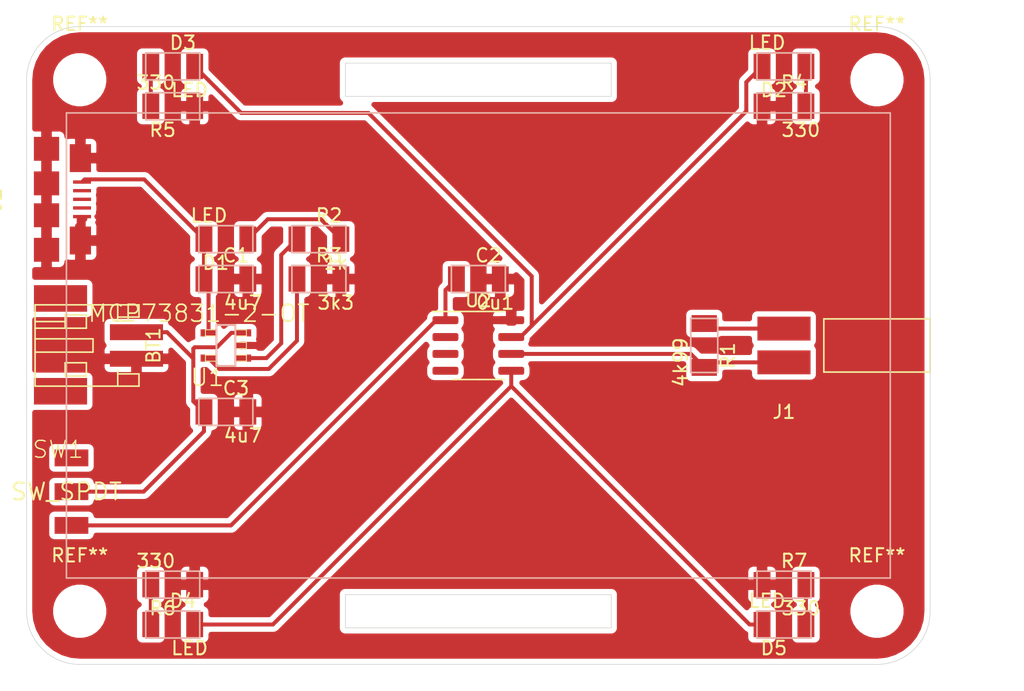
<source format=kicad_pcb>
(kicad_pcb (version 20171130) (host pcbnew 5.1.6-c6e7f7d~86~ubuntu18.04.1)

  (general
    (thickness 1.6)
    (drawings 24)
    (tracks 60)
    (zones 0)
    (modules 25)
    (nets 23)
  )

  (page A4)
  (layers
    (0 F.Cu signal)
    (31 B.Cu signal)
    (32 B.Adhes user)
    (33 F.Adhes user)
    (34 B.Paste user)
    (35 F.Paste user)
    (36 B.SilkS user)
    (37 F.SilkS user hide)
    (38 B.Mask user)
    (39 F.Mask user)
    (40 Dwgs.User user)
    (41 Cmts.User user)
    (42 Eco1.User user)
    (43 Eco2.User user)
    (44 Edge.Cuts user)
    (45 Margin user)
    (46 B.CrtYd user)
    (47 F.CrtYd user)
    (48 B.Fab user)
    (49 F.Fab user hide)
  )

  (setup
    (last_trace_width 0.3)
    (trace_clearance 0.4)
    (zone_clearance 0.4)
    (zone_45_only no)
    (trace_min 0.2)
    (via_size 0.8)
    (via_drill 0.4)
    (via_min_size 0.4)
    (via_min_drill 0.3)
    (uvia_size 0.3)
    (uvia_drill 0.1)
    (uvias_allowed no)
    (uvia_min_size 0.2)
    (uvia_min_drill 0.1)
    (edge_width 0.05)
    (segment_width 0.2)
    (pcb_text_width 0.3)
    (pcb_text_size 1.5 1.5)
    (mod_edge_width 0.12)
    (mod_text_size 1 1)
    (mod_text_width 0.15)
    (pad_size 0.25 1.35)
    (pad_drill 0)
    (pad_to_mask_clearance 0.05)
    (aux_axis_origin 0 0)
    (visible_elements FFFFFF7F)
    (pcbplotparams
      (layerselection 0x010fc_ffffffff)
      (usegerberextensions false)
      (usegerberattributes true)
      (usegerberadvancedattributes true)
      (creategerberjobfile true)
      (excludeedgelayer true)
      (linewidth 0.100000)
      (plotframeref false)
      (viasonmask false)
      (mode 1)
      (useauxorigin false)
      (hpglpennumber 1)
      (hpglpenspeed 20)
      (hpglpendiameter 15.000000)
      (psnegative false)
      (psa4output false)
      (plotreference true)
      (plotvalue true)
      (plotinvisibletext false)
      (padsonsilk false)
      (subtractmaskfromsilk false)
      (outputformat 1)
      (mirror false)
      (drillshape 1)
      (scaleselection 1)
      (outputdirectory ""))
  )

  (net 0 "")
  (net 1 "Net-(BT1-Pad1)")
  (net 2 GND)
  (net 3 "Net-(C1-Pad1)")
  (net 4 "Net-(C2-Pad1)")
  (net 5 "Net-(D1-Pad1)")
  (net 6 "Net-(D2-Pad2)")
  (net 7 "Net-(D2-Pad1)")
  (net 8 "Net-(D3-Pad1)")
  (net 9 "Net-(D4-Pad2)")
  (net 10 "Net-(D4-Pad1)")
  (net 11 "Net-(D5-Pad1)")
  (net 12 "Net-(J1-Pad1)")
  (net 13 "Net-(J1-Pad2)")
  (net 14 "Net-(J2-Pad3)")
  (net 15 "Net-(J2-Pad2)")
  (net 16 "Net-(J2-Pad4)")
  (net 17 "Net-(R2-Pad1)")
  (net 18 "Net-(R3-Pad1)")
  (net 19 "Net-(U2-Pad2)")
  (net 20 "Net-(U2-Pad3)")
  (net 21 "Net-(U2-Pad4)")
  (net 22 "Net-(SW1-Pad1)")

  (net_class Default "This is the default net class."
    (clearance 0.4)
    (trace_width 0.3)
    (via_dia 0.8)
    (via_drill 0.4)
    (uvia_dia 0.3)
    (uvia_drill 0.1)
    (add_net GND)
    (add_net "Net-(BT1-Pad1)")
    (add_net "Net-(C1-Pad1)")
    (add_net "Net-(C2-Pad1)")
    (add_net "Net-(D1-Pad1)")
    (add_net "Net-(D2-Pad1)")
    (add_net "Net-(D2-Pad2)")
    (add_net "Net-(D3-Pad1)")
    (add_net "Net-(D4-Pad1)")
    (add_net "Net-(D4-Pad2)")
    (add_net "Net-(D5-Pad1)")
    (add_net "Net-(J1-Pad1)")
    (add_net "Net-(J1-Pad2)")
    (add_net "Net-(J2-Pad2)")
    (add_net "Net-(J2-Pad3)")
    (add_net "Net-(J2-Pad4)")
    (add_net "Net-(R2-Pad1)")
    (add_net "Net-(R3-Pad1)")
    (add_net "Net-(SW1-Pad1)")
    (add_net "Net-(U2-Pad2)")
    (add_net "Net-(U2-Pad3)")
    (add_net "Net-(U2-Pad4)")
  )

  (module MountingHole:MountingHole_3.2mm_M3 (layer F.Cu) (tedit 56D1B4CB) (tstamp 5F6FEC99)
    (at 166 86.5)
    (descr "Mounting Hole 3.2mm, no annular, M3")
    (tags "mounting hole 3.2mm no annular m3")
    (attr virtual)
    (fp_text reference REF** (at 0 -4.2) (layer F.SilkS)
      (effects (font (size 1 1) (thickness 0.15)))
    )
    (fp_text value MountingHole_3.2mm_M3 (at 0 4.2) (layer F.Fab)
      (effects (font (size 1 1) (thickness 0.15)))
    )
    (fp_text user %R (at 0.3 0) (layer F.Fab)
      (effects (font (size 1 1) (thickness 0.15)))
    )
    (fp_circle (center 0 0) (end 3.2 0) (layer Cmts.User) (width 0.15))
    (fp_circle (center 0 0) (end 3.45 0) (layer F.CrtYd) (width 0.05))
    (pad 1 np_thru_hole circle (at 0 0) (size 3.2 3.2) (drill 3.2) (layers *.Cu *.Mask))
  )

  (module MountingHole:MountingHole_3.2mm_M3 (layer F.Cu) (tedit 56D1B4CB) (tstamp 5F6FEC83)
    (at 106 86.5)
    (descr "Mounting Hole 3.2mm, no annular, M3")
    (tags "mounting hole 3.2mm no annular m3")
    (attr virtual)
    (fp_text reference REF** (at 0 -4.2) (layer F.SilkS)
      (effects (font (size 1 1) (thickness 0.15)))
    )
    (fp_text value MountingHole_3.2mm_M3 (at 0 4.2) (layer F.Fab)
      (effects (font (size 1 1) (thickness 0.15)))
    )
    (fp_text user %R (at 0.3 0) (layer F.Fab)
      (effects (font (size 1 1) (thickness 0.15)))
    )
    (fp_circle (center 0 0) (end 3.2 0) (layer Cmts.User) (width 0.15))
    (fp_circle (center 0 0) (end 3.45 0) (layer F.CrtYd) (width 0.05))
    (pad 1 np_thru_hole circle (at 0 0) (size 3.2 3.2) (drill 3.2) (layers *.Cu *.Mask))
  )

  (module MountingHole:MountingHole_3.2mm_M3 (layer F.Cu) (tedit 56D1B4CB) (tstamp 5F6FEC6D)
    (at 166 46.5)
    (descr "Mounting Hole 3.2mm, no annular, M3")
    (tags "mounting hole 3.2mm no annular m3")
    (attr virtual)
    (fp_text reference REF** (at 0 -4.2) (layer F.SilkS)
      (effects (font (size 1 1) (thickness 0.15)))
    )
    (fp_text value MountingHole_3.2mm_M3 (at 0 4.2) (layer F.Fab)
      (effects (font (size 1 1) (thickness 0.15)))
    )
    (fp_text user %R (at 0.3 0) (layer F.Fab)
      (effects (font (size 1 1) (thickness 0.15)))
    )
    (fp_circle (center 0 0) (end 3.2 0) (layer Cmts.User) (width 0.15))
    (fp_circle (center 0 0) (end 3.45 0) (layer F.CrtYd) (width 0.05))
    (pad 1 np_thru_hole circle (at 0 0) (size 3.2 3.2) (drill 3.2) (layers *.Cu *.Mask))
  )

  (module MountingHole:MountingHole_3.2mm_M3 (layer F.Cu) (tedit 56D1B4CB) (tstamp 5F6FEC42)
    (at 106 46.5)
    (descr "Mounting Hole 3.2mm, no annular, M3")
    (tags "mounting hole 3.2mm no annular m3")
    (attr virtual)
    (fp_text reference REF** (at 0 -4.2) (layer F.SilkS)
      (effects (font (size 1 1) (thickness 0.15)))
    )
    (fp_text value MountingHole_3.2mm_M3 (at 0 4.2) (layer F.Fab)
      (effects (font (size 1 1) (thickness 0.15)))
    )
    (fp_text user %R (at 0.3 0) (layer F.Fab)
      (effects (font (size 1 1) (thickness 0.15)))
    )
    (fp_circle (center 0 0) (end 3.2 0) (layer Cmts.User) (width 0.15))
    (fp_circle (center 0 0) (end 3.45 0) (layer F.CrtYd) (width 0.05))
    (pad 1 np_thru_hole circle (at 0 0) (size 3.2 3.2) (drill 3.2) (layers *.Cu *.Mask))
  )

  (module fab:fab-C1206FAB (layer F.Cu) (tedit 200000) (tstamp 5F6FE7A9)
    (at 117 61.5)
    (path /5F6D20EB)
    (attr smd)
    (fp_text reference C1 (at 0.762 -1.778) (layer F.SilkS)
      (effects (font (size 1.016 1.016) (thickness 0.1524)))
    )
    (fp_text value 4u7 (at 1.27 1.778) (layer F.SilkS)
      (effects (font (size 1.016 1.016) (thickness 0.1524)))
    )
    (fp_line (start -2.032 1.016) (end -2.032 -1.016) (layer B.SilkS) (width 0.127))
    (fp_line (start 2.032 1.016) (end -2.032 1.016) (layer B.SilkS) (width 0.127))
    (fp_line (start 2.032 -1.016) (end 2.032 1.016) (layer B.SilkS) (width 0.127))
    (fp_line (start -2.032 -1.016) (end 2.032 -1.016) (layer B.SilkS) (width 0.127))
    (pad 1 smd rect (at -1.651 0) (size 1.27 1.905) (layers F.Cu F.Paste F.Mask)
      (net 3 "Net-(C1-Pad1)"))
    (pad 2 smd rect (at 1.651 0) (size 1.27 1.905) (layers F.Cu F.Paste F.Mask)
      (net 2 GND))
  )

  (module fab:fab-C1206FAB (layer F.Cu) (tedit 200000) (tstamp 5F6FE7B3)
    (at 136 61.5)
    (path /5F6EF180)
    (attr smd)
    (fp_text reference C2 (at 0.762 -1.778) (layer F.SilkS)
      (effects (font (size 1.016 1.016) (thickness 0.1524)))
    )
    (fp_text value 0u1 (at 1.27 1.778) (layer F.SilkS)
      (effects (font (size 1.016 1.016) (thickness 0.1524)))
    )
    (fp_line (start -2.032 1.016) (end -2.032 -1.016) (layer B.SilkS) (width 0.127))
    (fp_line (start 2.032 1.016) (end -2.032 1.016) (layer B.SilkS) (width 0.127))
    (fp_line (start 2.032 -1.016) (end 2.032 1.016) (layer B.SilkS) (width 0.127))
    (fp_line (start -2.032 -1.016) (end 2.032 -1.016) (layer B.SilkS) (width 0.127))
    (pad 1 smd rect (at -1.651 0) (size 1.27 1.905) (layers F.Cu F.Paste F.Mask)
      (net 4 "Net-(C2-Pad1)"))
    (pad 2 smd rect (at 1.651 0) (size 1.27 1.905) (layers F.Cu F.Paste F.Mask)
      (net 2 GND))
  )

  (module fab:fab-C1206FAB (layer F.Cu) (tedit 200000) (tstamp 5F6FE7BD)
    (at 117 71.5)
    (path /5F6E3A6B)
    (attr smd)
    (fp_text reference C3 (at 0.762 -1.778) (layer F.SilkS)
      (effects (font (size 1.016 1.016) (thickness 0.1524)))
    )
    (fp_text value 4u7 (at 1.27 1.778) (layer F.SilkS)
      (effects (font (size 1.016 1.016) (thickness 0.1524)))
    )
    (fp_line (start -2.032 -1.016) (end 2.032 -1.016) (layer B.SilkS) (width 0.127))
    (fp_line (start 2.032 -1.016) (end 2.032 1.016) (layer B.SilkS) (width 0.127))
    (fp_line (start 2.032 1.016) (end -2.032 1.016) (layer B.SilkS) (width 0.127))
    (fp_line (start -2.032 1.016) (end -2.032 -1.016) (layer B.SilkS) (width 0.127))
    (pad 2 smd rect (at 1.651 0) (size 1.27 1.905) (layers F.Cu F.Paste F.Mask)
      (net 2 GND))
    (pad 1 smd rect (at -1.651 0) (size 1.27 1.905) (layers F.Cu F.Paste F.Mask)
      (net 1 "Net-(BT1-Pad1)"))
  )

  (module fab:fab-LED1206FAB (layer F.Cu) (tedit 200000) (tstamp 5F6FE7C7)
    (at 117 58.5 180)
    (descr "LED1206 FAB STYLE (SMALLER PADS TO ALLOW TRACE BETWEEN)")
    (tags "LED1206 FAB STYLE (SMALLER PADS TO ALLOW TRACE BETWEEN)")
    (path /5F6D1874)
    (attr smd)
    (fp_text reference D1 (at 0.762 -1.778) (layer F.SilkS)
      (effects (font (size 1.016 1.016) (thickness 0.1524)))
    )
    (fp_text value LED (at 1.27 1.778) (layer F.SilkS)
      (effects (font (size 1.016 1.016) (thickness 0.1524)))
    )
    (fp_line (start -2.032 1.016) (end -2.032 -1.016) (layer B.SilkS) (width 0.127))
    (fp_line (start 2.032 1.016) (end -2.032 1.016) (layer B.SilkS) (width 0.127))
    (fp_line (start 2.032 -1.016) (end 2.032 1.016) (layer B.SilkS) (width 0.127))
    (fp_line (start -2.032 -1.016) (end 2.032 -1.016) (layer B.SilkS) (width 0.127))
    (pad 1 smd rect (at -1.651 0 180) (size 1.27 1.905) (layers F.Cu F.Paste F.Mask)
      (net 5 "Net-(D1-Pad1)"))
    (pad 2 smd rect (at 1.651 0 180) (size 1.27 1.905) (layers F.Cu F.Paste F.Mask)
      (net 3 "Net-(C1-Pad1)"))
  )

  (module fab:fab-LED1206FAB (layer F.Cu) (tedit 200000) (tstamp 5F6FE7D1)
    (at 159 45.5 180)
    (descr "LED1206 FAB STYLE (SMALLER PADS TO ALLOW TRACE BETWEEN)")
    (tags "LED1206 FAB STYLE (SMALLER PADS TO ALLOW TRACE BETWEEN)")
    (path /5F70A344)
    (attr smd)
    (fp_text reference D2 (at 0.762 -1.778) (layer F.SilkS)
      (effects (font (size 1.016 1.016) (thickness 0.1524)))
    )
    (fp_text value LED (at 1.27 1.778) (layer F.SilkS)
      (effects (font (size 1.016 1.016) (thickness 0.1524)))
    )
    (fp_line (start -2.032 -1.016) (end 2.032 -1.016) (layer B.SilkS) (width 0.127))
    (fp_line (start 2.032 -1.016) (end 2.032 1.016) (layer B.SilkS) (width 0.127))
    (fp_line (start 2.032 1.016) (end -2.032 1.016) (layer B.SilkS) (width 0.127))
    (fp_line (start -2.032 1.016) (end -2.032 -1.016) (layer B.SilkS) (width 0.127))
    (pad 2 smd rect (at 1.651 0 180) (size 1.27 1.905) (layers F.Cu F.Paste F.Mask)
      (net 6 "Net-(D2-Pad2)"))
    (pad 1 smd rect (at -1.651 0 180) (size 1.27 1.905) (layers F.Cu F.Paste F.Mask)
      (net 7 "Net-(D2-Pad1)"))
  )

  (module fab:fab-LED1206FAB (layer F.Cu) (tedit 200000) (tstamp 5F6FE7DB)
    (at 113 45.5)
    (descr "LED1206 FAB STYLE (SMALLER PADS TO ALLOW TRACE BETWEEN)")
    (tags "LED1206 FAB STYLE (SMALLER PADS TO ALLOW TRACE BETWEEN)")
    (path /5F70D91B)
    (attr smd)
    (fp_text reference D3 (at 0.762 -1.778) (layer F.SilkS)
      (effects (font (size 1.016 1.016) (thickness 0.1524)))
    )
    (fp_text value LED (at 1.27 1.778) (layer F.SilkS)
      (effects (font (size 1.016 1.016) (thickness 0.1524)))
    )
    (fp_line (start -2.032 1.016) (end -2.032 -1.016) (layer B.SilkS) (width 0.127))
    (fp_line (start 2.032 1.016) (end -2.032 1.016) (layer B.SilkS) (width 0.127))
    (fp_line (start 2.032 -1.016) (end 2.032 1.016) (layer B.SilkS) (width 0.127))
    (fp_line (start -2.032 -1.016) (end 2.032 -1.016) (layer B.SilkS) (width 0.127))
    (pad 1 smd rect (at -1.651 0) (size 1.27 1.905) (layers F.Cu F.Paste F.Mask)
      (net 8 "Net-(D3-Pad1)"))
    (pad 2 smd rect (at 1.651 0) (size 1.27 1.905) (layers F.Cu F.Paste F.Mask)
      (net 6 "Net-(D2-Pad2)"))
  )

  (module fab:fab-LED1206FAB (layer F.Cu) (tedit 200000) (tstamp 5F6FE7E5)
    (at 113 87.5)
    (descr "LED1206 FAB STYLE (SMALLER PADS TO ALLOW TRACE BETWEEN)")
    (tags "LED1206 FAB STYLE (SMALLER PADS TO ALLOW TRACE BETWEEN)")
    (path /5F712D06)
    (attr smd)
    (fp_text reference D4 (at 0.762 -1.778) (layer F.SilkS)
      (effects (font (size 1.016 1.016) (thickness 0.1524)))
    )
    (fp_text value LED (at 1.27 1.778) (layer F.SilkS)
      (effects (font (size 1.016 1.016) (thickness 0.1524)))
    )
    (fp_line (start -2.032 -1.016) (end 2.032 -1.016) (layer B.SilkS) (width 0.127))
    (fp_line (start 2.032 -1.016) (end 2.032 1.016) (layer B.SilkS) (width 0.127))
    (fp_line (start 2.032 1.016) (end -2.032 1.016) (layer B.SilkS) (width 0.127))
    (fp_line (start -2.032 1.016) (end -2.032 -1.016) (layer B.SilkS) (width 0.127))
    (pad 2 smd rect (at 1.651 0) (size 1.27 1.905) (layers F.Cu F.Paste F.Mask)
      (net 9 "Net-(D4-Pad2)"))
    (pad 1 smd rect (at -1.651 0) (size 1.27 1.905) (layers F.Cu F.Paste F.Mask)
      (net 10 "Net-(D4-Pad1)"))
  )

  (module fab:fab-LED1206FAB (layer F.Cu) (tedit 200000) (tstamp 5F6FE7EF)
    (at 159 87.5 180)
    (descr "LED1206 FAB STYLE (SMALLER PADS TO ALLOW TRACE BETWEEN)")
    (tags "LED1206 FAB STYLE (SMALLER PADS TO ALLOW TRACE BETWEEN)")
    (path /5F712D10)
    (attr smd)
    (fp_text reference D5 (at 0.762 -1.778) (layer F.SilkS)
      (effects (font (size 1.016 1.016) (thickness 0.1524)))
    )
    (fp_text value LED (at 1.27 1.778) (layer F.SilkS)
      (effects (font (size 1.016 1.016) (thickness 0.1524)))
    )
    (fp_line (start -2.032 1.016) (end -2.032 -1.016) (layer B.SilkS) (width 0.127))
    (fp_line (start 2.032 1.016) (end -2.032 1.016) (layer B.SilkS) (width 0.127))
    (fp_line (start 2.032 -1.016) (end 2.032 1.016) (layer B.SilkS) (width 0.127))
    (fp_line (start -2.032 -1.016) (end 2.032 -1.016) (layer B.SilkS) (width 0.127))
    (pad 1 smd rect (at -1.651 0 180) (size 1.27 1.905) (layers F.Cu F.Paste F.Mask)
      (net 11 "Net-(D5-Pad1)"))
    (pad 2 smd rect (at 1.651 0 180) (size 1.27 1.905) (layers F.Cu F.Paste F.Mask)
      (net 9 "Net-(D4-Pad2)"))
  )

  (module bikelight:CONN_UPDI_2PIN (layer F.Cu) (tedit 5F35A687) (tstamp 5F6FE7F9)
    (at 159 66.5)
    (path /5F6D081D)
    (fp_text reference J1 (at 0 5) (layer F.SilkS)
      (effects (font (size 1 1) (thickness 0.15)))
    )
    (fp_text value Conn_01x02_Female (at 0 -5) (layer F.Fab)
      (effects (font (size 1 1) (thickness 0.15)))
    )
    (fp_line (start 3 2) (end 11 2) (layer F.SilkS) (width 0.12))
    (fp_line (start 3 -2) (end 3 2) (layer F.SilkS) (width 0.12))
    (fp_line (start 11 -2) (end 3 -2) (layer F.SilkS) (width 0.12))
    (fp_line (start 11 -2) (end 11 2) (layer F.SilkS) (width 0.12))
    (pad 1 smd rect (at 0 -1.27) (size 4 1.8) (layers F.Cu F.Paste F.Mask)
      (net 12 "Net-(J1-Pad1)"))
    (pad 2 smd rect (at 0 1.27) (size 4 1.8) (layers F.Cu F.Paste F.Mask)
      (net 13 "Net-(J1-Pad2)"))
  )

  (module fab:fab-USB_MICRO (layer F.Cu) (tedit 5F6F91F7) (tstamp 5F6FE812)
    (at 103.5 55.5 270)
    (path /5F6D1233)
    (fp_text reference J2 (at 0 3.875 90) (layer F.SilkS)
      (effects (font (size 1 1) (thickness 0.15)))
    )
    (fp_text value USB_B_Micro (at 0 -5.05 90) (layer F.Fab)
      (effects (font (size 1 1) (thickness 0.15)))
    )
    (fp_line (start -4.95 3) (end -4.95 -3.5) (layer F.CrtYd) (width 0.05))
    (fp_line (start 4.95 3) (end -4.95 3) (layer F.CrtYd) (width 0.05))
    (fp_line (start 4.95 -3.5) (end 4.95 3) (layer F.CrtYd) (width 0.05))
    (fp_line (start -4.95 -3.5) (end 4.95 -3.5) (layer F.CrtYd) (width 0.05))
    (fp_line (start 3.95 2.55) (end 3.95 -2.55) (layer F.Fab) (width 0.12))
    (fp_line (start -3.95 2.55) (end 3.95 2.55) (layer F.Fab) (width 0.12))
    (fp_line (start -3.95 -2.55) (end -3.95 2.55) (layer F.Fab) (width 0.12))
    (fp_line (start 3.95 -2.55) (end -3.95 -2.55) (layer F.Fab) (width 0.12))
    (fp_line (start 4.95 1.45) (end -4.95 1.45) (layer F.Fab) (width 0.12))
    (fp_text user "PCB Edge" (at 0 1.95 90) (layer F.Fab)
      (effects (font (size 0.5 0.5) (thickness 0.125)))
    )
    (pad 6 smd rect (at -3.1 -2.55 270) (size 2.1 1.6) (layers F.Cu F.Paste F.Mask)
      (net 2 GND))
    (pad 6 smd rect (at 3.1 -2.55 270) (size 2.1 1.6) (layers F.Cu F.Paste F.Mask)
      (net 2 GND))
    (pad 3 smd rect (at 0 -2.675 270) (size 0.25 1.35) (layers F.Cu F.Paste F.Mask)
      (net 14 "Net-(J2-Pad3)"))
    (pad 2 smd rect (at -0.65 -2.675 270) (size 0.25 1.35) (layers F.Cu F.Paste F.Mask)
      (net 15 "Net-(J2-Pad2)"))
    (pad 1 smd rect (at -1.3 -2.675 270) (size 0.25 1.35) (layers F.Cu F.Paste F.Mask)
      (net 3 "Net-(C1-Pad1)"))
    (pad 4 smd rect (at 0.65 -2.675 270) (size 0.25 1.35) (layers F.Cu F.Paste F.Mask)
      (net 16 "Net-(J2-Pad4)"))
    (pad 5 smd rect (at 1.3 -2.675 270) (size 0.25 1.35) (layers F.Cu F.Paste F.Mask)
      (net 2 GND))
    (pad 6 smd rect (at 3.8 0 270) (size 1.8 1.9) (layers F.Cu F.Paste F.Mask)
      (net 2 GND))
    (pad 6 smd rect (at -3.8 0 270) (size 1.8 1.9) (layers F.Cu F.Paste F.Mask)
      (net 2 GND))
    (pad 6 smd rect (at -1.2 0 270) (size 1.8 1.9) (layers F.Cu F.Paste F.Mask)
      (net 2 GND))
    (pad 6 smd rect (at 1.2 0 270) (size 1.8 1.9) (layers F.Cu F.Paste F.Mask)
      (net 2 GND))
  )

  (module fab:fab-R1206FAB (layer F.Cu) (tedit 200000) (tstamp 5F6FE81C)
    (at 153 66.5 270)
    (path /5F6D1D4B)
    (attr smd)
    (fp_text reference R1 (at 0.762 -1.778 90) (layer F.SilkS)
      (effects (font (size 1.016 1.016) (thickness 0.1524)))
    )
    (fp_text value 4k99 (at 1.27 1.778 90) (layer F.SilkS)
      (effects (font (size 1.016 1.016) (thickness 0.1524)))
    )
    (fp_line (start -2.032 -1.016) (end 2.032 -1.016) (layer B.SilkS) (width 0.127))
    (fp_line (start 2.032 -1.016) (end 2.032 1.016) (layer B.SilkS) (width 0.127))
    (fp_line (start 2.032 1.016) (end -2.032 1.016) (layer B.SilkS) (width 0.127))
    (fp_line (start -2.032 1.016) (end -2.032 -1.016) (layer B.SilkS) (width 0.127))
    (pad 2 smd rect (at 1.651 0 270) (size 1.27 1.905) (layers F.Cu F.Paste F.Mask)
      (net 13 "Net-(J1-Pad2)"))
    (pad 1 smd rect (at -1.651 0 270) (size 1.27 1.905) (layers F.Cu F.Paste F.Mask)
      (net 12 "Net-(J1-Pad1)"))
  )

  (module fab:fab-R1206FAB (layer F.Cu) (tedit 200000) (tstamp 5F6FE826)
    (at 124 58.5)
    (path /5F6DAFF2)
    (attr smd)
    (fp_text reference R2 (at 0.762 -1.778) (layer F.SilkS)
      (effects (font (size 1.016 1.016) (thickness 0.1524)))
    )
    (fp_text value 1k (at 1.27 1.778) (layer F.SilkS)
      (effects (font (size 1.016 1.016) (thickness 0.1524)))
    )
    (fp_line (start -2.032 1.016) (end -2.032 -1.016) (layer B.SilkS) (width 0.127))
    (fp_line (start 2.032 1.016) (end -2.032 1.016) (layer B.SilkS) (width 0.127))
    (fp_line (start 2.032 -1.016) (end 2.032 1.016) (layer B.SilkS) (width 0.127))
    (fp_line (start -2.032 -1.016) (end 2.032 -1.016) (layer B.SilkS) (width 0.127))
    (pad 1 smd rect (at -1.651 0) (size 1.27 1.905) (layers F.Cu F.Paste F.Mask)
      (net 17 "Net-(R2-Pad1)"))
    (pad 2 smd rect (at 1.651 0) (size 1.27 1.905) (layers F.Cu F.Paste F.Mask)
      (net 5 "Net-(D1-Pad1)"))
  )

  (module fab:fab-R1206FAB (layer F.Cu) (tedit 200000) (tstamp 5F6FE830)
    (at 124 61.5)
    (path /5F6DE4D9)
    (attr smd)
    (fp_text reference R3 (at 0.762 -1.778) (layer F.SilkS)
      (effects (font (size 1.016 1.016) (thickness 0.1524)))
    )
    (fp_text value 3k3 (at 1.27 1.778) (layer F.SilkS)
      (effects (font (size 1.016 1.016) (thickness 0.1524)))
    )
    (fp_line (start -2.032 1.016) (end -2.032 -1.016) (layer B.SilkS) (width 0.127))
    (fp_line (start 2.032 1.016) (end -2.032 1.016) (layer B.SilkS) (width 0.127))
    (fp_line (start 2.032 -1.016) (end 2.032 1.016) (layer B.SilkS) (width 0.127))
    (fp_line (start -2.032 -1.016) (end 2.032 -1.016) (layer B.SilkS) (width 0.127))
    (pad 1 smd rect (at -1.651 0) (size 1.27 1.905) (layers F.Cu F.Paste F.Mask)
      (net 18 "Net-(R3-Pad1)"))
    (pad 2 smd rect (at 1.651 0) (size 1.27 1.905) (layers F.Cu F.Paste F.Mask)
      (net 2 GND))
  )

  (module fab:fab-R1206FAB (layer F.Cu) (tedit 200000) (tstamp 5F6FE83A)
    (at 159 48.5)
    (path /5F6D0AE7)
    (attr smd)
    (fp_text reference R4 (at 0.762 -1.778) (layer F.SilkS)
      (effects (font (size 1.016 1.016) (thickness 0.1524)))
    )
    (fp_text value 330 (at 1.27 1.778) (layer F.SilkS)
      (effects (font (size 1.016 1.016) (thickness 0.1524)))
    )
    (fp_line (start -2.032 1.016) (end -2.032 -1.016) (layer B.SilkS) (width 0.127))
    (fp_line (start 2.032 1.016) (end -2.032 1.016) (layer B.SilkS) (width 0.127))
    (fp_line (start 2.032 -1.016) (end 2.032 1.016) (layer B.SilkS) (width 0.127))
    (fp_line (start -2.032 -1.016) (end 2.032 -1.016) (layer B.SilkS) (width 0.127))
    (pad 1 smd rect (at -1.651 0) (size 1.27 1.905) (layers F.Cu F.Paste F.Mask)
      (net 2 GND))
    (pad 2 smd rect (at 1.651 0) (size 1.27 1.905) (layers F.Cu F.Paste F.Mask)
      (net 7 "Net-(D2-Pad1)"))
  )

  (module fab:fab-R1206FAB (layer F.Cu) (tedit 200000) (tstamp 5F6FE844)
    (at 113 48.5 180)
    (path /5F71B80F)
    (attr smd)
    (fp_text reference R5 (at 0.762 -1.778) (layer F.SilkS)
      (effects (font (size 1.016 1.016) (thickness 0.1524)))
    )
    (fp_text value 330 (at 1.27 1.778) (layer F.SilkS)
      (effects (font (size 1.016 1.016) (thickness 0.1524)))
    )
    (fp_line (start -2.032 -1.016) (end 2.032 -1.016) (layer B.SilkS) (width 0.127))
    (fp_line (start 2.032 -1.016) (end 2.032 1.016) (layer B.SilkS) (width 0.127))
    (fp_line (start 2.032 1.016) (end -2.032 1.016) (layer B.SilkS) (width 0.127))
    (fp_line (start -2.032 1.016) (end -2.032 -1.016) (layer B.SilkS) (width 0.127))
    (pad 2 smd rect (at 1.651 0 180) (size 1.27 1.905) (layers F.Cu F.Paste F.Mask)
      (net 8 "Net-(D3-Pad1)"))
    (pad 1 smd rect (at -1.651 0 180) (size 1.27 1.905) (layers F.Cu F.Paste F.Mask)
      (net 2 GND))
  )

  (module fab:fab-R1206FAB (layer F.Cu) (tedit 200000) (tstamp 5F6FE84E)
    (at 113 84.5 180)
    (path /5F71BC26)
    (attr smd)
    (fp_text reference R6 (at 0.762 -1.778) (layer F.SilkS)
      (effects (font (size 1.016 1.016) (thickness 0.1524)))
    )
    (fp_text value 330 (at 1.27 1.778) (layer F.SilkS)
      (effects (font (size 1.016 1.016) (thickness 0.1524)))
    )
    (fp_line (start -2.032 1.016) (end -2.032 -1.016) (layer B.SilkS) (width 0.127))
    (fp_line (start 2.032 1.016) (end -2.032 1.016) (layer B.SilkS) (width 0.127))
    (fp_line (start 2.032 -1.016) (end 2.032 1.016) (layer B.SilkS) (width 0.127))
    (fp_line (start -2.032 -1.016) (end 2.032 -1.016) (layer B.SilkS) (width 0.127))
    (pad 1 smd rect (at -1.651 0 180) (size 1.27 1.905) (layers F.Cu F.Paste F.Mask)
      (net 2 GND))
    (pad 2 smd rect (at 1.651 0 180) (size 1.27 1.905) (layers F.Cu F.Paste F.Mask)
      (net 10 "Net-(D4-Pad1)"))
  )

  (module fab:fab-R1206FAB (layer F.Cu) (tedit 200000) (tstamp 5F6FE858)
    (at 159 84.5)
    (path /5F71C035)
    (attr smd)
    (fp_text reference R7 (at 0.762 -1.778) (layer F.SilkS)
      (effects (font (size 1.016 1.016) (thickness 0.1524)))
    )
    (fp_text value 330 (at 1.27 1.778) (layer F.SilkS)
      (effects (font (size 1.016 1.016) (thickness 0.1524)))
    )
    (fp_line (start -2.032 -1.016) (end 2.032 -1.016) (layer B.SilkS) (width 0.127))
    (fp_line (start 2.032 -1.016) (end 2.032 1.016) (layer B.SilkS) (width 0.127))
    (fp_line (start 2.032 1.016) (end -2.032 1.016) (layer B.SilkS) (width 0.127))
    (fp_line (start -2.032 1.016) (end -2.032 -1.016) (layer B.SilkS) (width 0.127))
    (pad 2 smd rect (at 1.651 0) (size 1.27 1.905) (layers F.Cu F.Paste F.Mask)
      (net 11 "Net-(D5-Pad1)"))
    (pad 1 smd rect (at -1.651 0) (size 1.27 1.905) (layers F.Cu F.Paste F.Mask)
      (net 2 GND))
  )

  (module fab:fab-SPDTSWITCH (layer F.Cu) (tedit 200000) (tstamp 5F6FFBA8)
    (at 105 77.5)
    (path /5F6D0E69)
    (attr smd)
    (fp_text reference SW1 (at -0.635 -3.175) (layer F.SilkS)
      (effects (font (size 1.27 1.27) (thickness 0.1016)))
    )
    (fp_text value SW_SPDT (at 0 0) (layer F.SilkS)
      (effects (font (size 1.27 1.27) (thickness 0.15)))
    )
    (pad 1 smd rect (at 0.37846 -2.54) (size 2.54 1.27) (layers F.Cu F.Paste F.Mask)
      (net 22 "Net-(SW1-Pad1)"))
    (pad 2 smd rect (at 0.37846 0) (size 2.54 1.27) (layers F.Cu F.Paste F.Mask)
      (net 1 "Net-(BT1-Pad1)"))
    (pad 3 smd rect (at 0.37846 2.54) (size 2.54 1.27) (layers F.Cu F.Paste F.Mask)
      (net 4 "Net-(C2-Pad1)"))
  )

  (module Package_SO:SOIC-8_3.9x4.9mm_P1.27mm (layer F.Cu) (tedit 5D9F72B1) (tstamp 5F6FECD0)
    (at 136 66.5)
    (descr "SOIC, 8 Pin (JEDEC MS-012AA, https://www.analog.com/media/en/package-pcb-resources/package/pkg_pdf/soic_narrow-r/r_8.pdf), generated with kicad-footprint-generator ipc_gullwing_generator.py")
    (tags "SOIC SO")
    (path /5F6D02F0)
    (attr smd)
    (fp_text reference U2 (at 0 -3.4) (layer F.SilkS)
      (effects (font (size 1 1) (thickness 0.15)))
    )
    (fp_text value ATtiny412-SS (at 0 3.4) (layer F.Fab)
      (effects (font (size 1 1) (thickness 0.15)))
    )
    (fp_line (start 3.7 -2.7) (end -3.7 -2.7) (layer F.CrtYd) (width 0.05))
    (fp_line (start 3.7 2.7) (end 3.7 -2.7) (layer F.CrtYd) (width 0.05))
    (fp_line (start -3.7 2.7) (end 3.7 2.7) (layer F.CrtYd) (width 0.05))
    (fp_line (start -3.7 -2.7) (end -3.7 2.7) (layer F.CrtYd) (width 0.05))
    (fp_line (start -1.95 -1.475) (end -0.975 -2.45) (layer F.Fab) (width 0.1))
    (fp_line (start -1.95 2.45) (end -1.95 -1.475) (layer F.Fab) (width 0.1))
    (fp_line (start 1.95 2.45) (end -1.95 2.45) (layer F.Fab) (width 0.1))
    (fp_line (start 1.95 -2.45) (end 1.95 2.45) (layer F.Fab) (width 0.1))
    (fp_line (start -0.975 -2.45) (end 1.95 -2.45) (layer F.Fab) (width 0.1))
    (fp_line (start 0 -2.56) (end -3.45 -2.56) (layer F.SilkS) (width 0.12))
    (fp_line (start 0 -2.56) (end 1.95 -2.56) (layer F.SilkS) (width 0.12))
    (fp_line (start 0 2.56) (end -1.95 2.56) (layer F.SilkS) (width 0.12))
    (fp_line (start 0 2.56) (end 1.95 2.56) (layer F.SilkS) (width 0.12))
    (fp_text user %R (at 0 0) (layer F.Fab)
      (effects (font (size 0.98 0.98) (thickness 0.15)))
    )
    (pad 1 smd roundrect (at -2.475 -1.905) (size 1.95 0.6) (layers F.Cu F.Paste F.Mask) (roundrect_rratio 0.25)
      (net 4 "Net-(C2-Pad1)"))
    (pad 2 smd roundrect (at -2.475 -0.635) (size 1.95 0.6) (layers F.Cu F.Paste F.Mask) (roundrect_rratio 0.25)
      (net 19 "Net-(U2-Pad2)"))
    (pad 3 smd roundrect (at -2.475 0.635) (size 1.95 0.6) (layers F.Cu F.Paste F.Mask) (roundrect_rratio 0.25)
      (net 20 "Net-(U2-Pad3)"))
    (pad 4 smd roundrect (at -2.475 1.905) (size 1.95 0.6) (layers F.Cu F.Paste F.Mask) (roundrect_rratio 0.25)
      (net 21 "Net-(U2-Pad4)"))
    (pad 5 smd roundrect (at 2.475 1.905) (size 1.95 0.6) (layers F.Cu F.Paste F.Mask) (roundrect_rratio 0.25)
      (net 9 "Net-(D4-Pad2)"))
    (pad 6 smd roundrect (at 2.475 0.635) (size 1.95 0.6) (layers F.Cu F.Paste F.Mask) (roundrect_rratio 0.25)
      (net 13 "Net-(J1-Pad2)"))
    (pad 7 smd roundrect (at 2.475 -0.635) (size 1.95 0.6) (layers F.Cu F.Paste F.Mask) (roundrect_rratio 0.25)
      (net 6 "Net-(D2-Pad2)"))
    (pad 8 smd roundrect (at 2.475 -1.905) (size 1.95 0.6) (layers F.Cu F.Paste F.Mask) (roundrect_rratio 0.25)
      (net 2 GND))
    (model ${KISYS3DMOD}/Package_SO.3dshapes/SOIC-8_3.9x4.9mm_P1.27mm.wrl
      (at (xyz 0 0 0))
      (scale (xyz 1 1 1))
      (rotate (xyz 0 0 0))
    )
  )

  (module bikelight:JST_PH_S2B-PH-K_1x02_P2.00mm_Horizontal_fab (layer F.Cu) (tedit 5F6F91C1) (tstamp 5F6FFA82)
    (at 109 65.5 270)
    (descr "JST PH series connector, S2B-PH-K (http://www.jst-mfg.com/product/pdf/eng/ePH.pdf), generated with kicad-footprint-generator")
    (tags "connector JST PH top entry")
    (path /5F6CFDA4)
    (fp_text reference BT1 (at 1 -2.55 270) (layer F.SilkS)
      (effects (font (size 1 1) (thickness 0.15)))
    )
    (fp_text value Battery_Cell (at 1 7.45 270) (layer F.Fab)
      (effects (font (size 1 1) (thickness 0.15)))
    )
    (fp_line (start -0.86 0.14) (end -1.14 0.14) (layer F.SilkS) (width 0.12))
    (fp_line (start -1.14 0.14) (end -1.14 -1.46) (layer F.SilkS) (width 0.12))
    (fp_line (start -1.14 -1.46) (end -2.06 -1.46) (layer F.SilkS) (width 0.12))
    (fp_line (start -2.06 -1.46) (end -2.06 6.36) (layer F.SilkS) (width 0.12))
    (fp_line (start -2.06 6.36) (end 4.06 6.36) (layer F.SilkS) (width 0.12))
    (fp_line (start 4.06 6.36) (end 4.06 -1.46) (layer F.SilkS) (width 0.12))
    (fp_line (start 4.06 -1.46) (end 3.14 -1.46) (layer F.SilkS) (width 0.12))
    (fp_line (start 3.14 -1.46) (end 3.14 0.14) (layer F.SilkS) (width 0.12))
    (fp_line (start 3.14 0.14) (end 2.86 0.14) (layer F.SilkS) (width 0.12))
    (fp_line (start 0.5 6.36) (end 0.5 2) (layer F.SilkS) (width 0.12))
    (fp_line (start 0.5 2) (end 1.5 2) (layer F.SilkS) (width 0.12))
    (fp_line (start 1.5 2) (end 1.5 6.36) (layer F.SilkS) (width 0.12))
    (fp_line (start -2.06 0.14) (end -1.14 0.14) (layer F.SilkS) (width 0.12))
    (fp_line (start 4.06 0.14) (end 3.14 0.14) (layer F.SilkS) (width 0.12))
    (fp_line (start -1.3 2.5) (end -1.3 4.1) (layer F.SilkS) (width 0.12))
    (fp_line (start -1.3 4.1) (end -0.3 4.1) (layer F.SilkS) (width 0.12))
    (fp_line (start -0.3 4.1) (end -0.3 2.5) (layer F.SilkS) (width 0.12))
    (fp_line (start -0.3 2.5) (end -1.3 2.5) (layer F.SilkS) (width 0.12))
    (fp_line (start 3.3 2.5) (end 3.3 4.1) (layer F.SilkS) (width 0.12))
    (fp_line (start 3.3 4.1) (end 2.3 4.1) (layer F.SilkS) (width 0.12))
    (fp_line (start 2.3 4.1) (end 2.3 2.5) (layer F.SilkS) (width 0.12))
    (fp_line (start 2.3 2.5) (end 3.3 2.5) (layer F.SilkS) (width 0.12))
    (fp_line (start -0.3 4.1) (end -0.3 6.36) (layer F.SilkS) (width 0.12))
    (fp_line (start -0.8 4.1) (end -0.8 6.36) (layer F.SilkS) (width 0.12))
    (fp_line (start -2.45 -1.85) (end -2.45 6.75) (layer F.CrtYd) (width 0.05))
    (fp_line (start -2.45 6.75) (end 4.45 6.75) (layer F.CrtYd) (width 0.05))
    (fp_line (start 4.45 6.75) (end 4.45 -1.85) (layer F.CrtYd) (width 0.05))
    (fp_line (start 4.45 -1.85) (end -2.45 -1.85) (layer F.CrtYd) (width 0.05))
    (fp_line (start -1.25 0.25) (end -1.25 -1.35) (layer F.Fab) (width 0.1))
    (fp_line (start -1.25 -1.35) (end -1.95 -1.35) (layer F.Fab) (width 0.1))
    (fp_line (start -1.95 -1.35) (end -1.95 6.25) (layer F.Fab) (width 0.1))
    (fp_line (start -1.95 6.25) (end 3.95 6.25) (layer F.Fab) (width 0.1))
    (fp_line (start 3.95 6.25) (end 3.95 -1.35) (layer F.Fab) (width 0.1))
    (fp_line (start 3.95 -1.35) (end 3.25 -1.35) (layer F.Fab) (width 0.1))
    (fp_line (start 3.25 -1.35) (end 3.25 0.25) (layer F.Fab) (width 0.1))
    (fp_line (start 3.25 0.25) (end -1.25 0.25) (layer F.Fab) (width 0.1))
    (fp_line (start -0.86 0.14) (end -0.86 -1.075) (layer F.SilkS) (width 0.12))
    (fp_line (start 0 0.875) (end -0.5 1.375) (layer F.Fab) (width 0.1))
    (fp_line (start -0.5 1.375) (end 0.5 1.375) (layer F.Fab) (width 0.1))
    (fp_line (start 0.5 1.375) (end 0 0.875) (layer F.Fab) (width 0.1))
    (fp_text user %R (at 1 2.5 270) (layer F.Fab)
      (effects (font (size 1 1) (thickness 0.15)))
    )
    (pad 1 smd rect (at 0 -1.27 270) (size 1.2 4) (layers F.Cu F.Paste F.Mask)
      (net 1 "Net-(BT1-Pad1)"))
    (pad 2 smd rect (at 2 -1.27 90) (size 1.2 4) (layers F.Cu F.Paste F.Mask)
      (net 2 GND))
    (pad "" smd rect (at -2.54 4.445 90) (size 2 4) (layers F.Cu F.Paste F.Mask))
    (pad "" smd rect (at 4.445 4.445 90) (size 2 4) (layers F.Cu F.Paste F.Mask))
    (model ${KISYS3DMOD}/Connector_JST.3dshapes/JST_PH_S2B-PH-K_1x02_P2.00mm_Horizontal.wrl
      (at (xyz 0 0 0))
      (scale (xyz 1 1 1))
      (rotate (xyz 0 0 0))
    )
  )

  (module fab:fab-SOT23-5 (layer F.Cu) (tedit 200000) (tstamp 5F700420)
    (at 117 66.5 90)
    (descr "SMALL OUTLINE TRANSISTOR, 5 LEAD")
    (tags "SMALL OUTLINE TRANSISTOR, 5 LEAD")
    (path /5F6D27B0)
    (attr smd)
    (fp_text reference U1 (at -2.413 -1.397) (layer F.SilkS)
      (effects (font (size 1.27 1.27) (thickness 0.127)))
    )
    (fp_text value MCP73831-2-OT (at 2.413 -2.032) (layer F.SilkS)
      (effects (font (size 1.27 1.27) (thickness 0.127)))
    )
    (fp_line (start -1.54178 0.7112) (end -1.54178 -0.7112) (layer B.SilkS) (width 0.1524))
    (fp_line (start 1.54178 0.7112) (end -1.54178 0.7112) (layer B.SilkS) (width 0.1524))
    (fp_line (start 1.54178 -0.7112) (end 1.54178 0.7112) (layer B.SilkS) (width 0.1524))
    (fp_line (start -1.54178 -0.7112) (end 1.54178 -0.7112) (layer B.SilkS) (width 0.1524))
    (fp_line (start 0.7112 1.54178) (end 0.7112 0.7112) (layer F.SilkS) (width 0.06604))
    (fp_line (start 0.7112 0.7112) (end 1.18618 0.7112) (layer F.SilkS) (width 0.06604))
    (fp_line (start 1.18618 1.54178) (end 1.18618 0.7112) (layer F.SilkS) (width 0.06604))
    (fp_line (start 0.7112 1.54178) (end 1.18618 1.54178) (layer F.SilkS) (width 0.06604))
    (fp_line (start -0.23622 1.54178) (end -0.23622 0.7112) (layer F.SilkS) (width 0.06604))
    (fp_line (start -0.23622 0.7112) (end 0.23622 0.7112) (layer F.SilkS) (width 0.06604))
    (fp_line (start 0.23622 1.54178) (end 0.23622 0.7112) (layer F.SilkS) (width 0.06604))
    (fp_line (start -0.23622 1.54178) (end 0.23622 1.54178) (layer F.SilkS) (width 0.06604))
    (fp_line (start -1.18618 1.54178) (end -1.18618 0.7112) (layer F.SilkS) (width 0.06604))
    (fp_line (start -1.18618 0.7112) (end -0.7112 0.7112) (layer F.SilkS) (width 0.06604))
    (fp_line (start -0.7112 1.54178) (end -0.7112 0.7112) (layer F.SilkS) (width 0.06604))
    (fp_line (start -1.18618 1.54178) (end -0.7112 1.54178) (layer F.SilkS) (width 0.06604))
    (fp_line (start 0.7112 -0.7112) (end 0.7112 -1.54178) (layer F.SilkS) (width 0.06604))
    (fp_line (start 0.7112 -1.54178) (end 1.18618 -1.54178) (layer F.SilkS) (width 0.06604))
    (fp_line (start 1.18618 -0.7112) (end 1.18618 -1.54178) (layer F.SilkS) (width 0.06604))
    (fp_line (start 0.7112 -0.7112) (end 1.18618 -0.7112) (layer F.SilkS) (width 0.06604))
    (fp_line (start -1.18618 -0.7112) (end -1.18618 -1.54178) (layer F.SilkS) (width 0.06604))
    (fp_line (start -1.18618 -1.54178) (end -0.7112 -1.54178) (layer F.SilkS) (width 0.06604))
    (fp_line (start -0.7112 -0.7112) (end -0.7112 -1.54178) (layer F.SilkS) (width 0.06604))
    (fp_line (start -1.18618 -0.7112) (end -0.7112 -0.7112) (layer F.SilkS) (width 0.06604))
    (pad 1 smd rect (at -0.94996 1.30556 90) (size 0.5334 1.1938) (layers F.Cu F.Paste F.Mask)
      (net 17 "Net-(R2-Pad1)"))
    (pad 2 smd rect (at 0 1.30556 90) (size 0.5334 1.1938) (layers F.Cu F.Paste F.Mask)
      (net 2 GND))
    (pad 3 smd rect (at 0.94996 1.30556 90) (size 0.5334 1.1938) (layers F.Cu F.Paste F.Mask)
      (net 1 "Net-(BT1-Pad1)"))
    (pad 4 smd rect (at 0.94996 -1.30556 90) (size 0.5334 1.1938) (layers F.Cu F.Paste F.Mask)
      (net 3 "Net-(C1-Pad1)"))
    (pad 5 smd rect (at -0.94996 -1.30556 90) (size 0.5334 1.1938) (layers F.Cu F.Paste F.Mask)
      (net 18 "Net-(R3-Pad1)"))
  )

  (gr_line (start 146 85.25) (end 126 85.25) (layer Edge.Cuts) (width 0.05) (tstamp 5F6FEC9C))
  (gr_line (start 146 87.75) (end 146 85.25) (layer Edge.Cuts) (width 0.05))
  (gr_line (start 126 87.75) (end 146 87.75) (layer Edge.Cuts) (width 0.05))
  (gr_line (start 126 85.25) (end 126 87.75) (layer Edge.Cuts) (width 0.05))
  (gr_line (start 146 45.25) (end 126 45.25) (layer Edge.Cuts) (width 0.05) (tstamp 5F6FEC9B))
  (gr_line (start 146 47.75) (end 146 45.25) (layer Edge.Cuts) (width 0.05))
  (gr_line (start 126 47.75) (end 146 47.75) (layer Edge.Cuts) (width 0.05))
  (gr_line (start 126 45.25) (end 126 47.75) (layer Edge.Cuts) (width 0.05))
  (gr_arc (start 106 86.5) (end 102 86.5) (angle -90) (layer Edge.Cuts) (width 0.05))
  (gr_arc (start 166 86.5) (end 166 90.5) (angle -90) (layer Edge.Cuts) (width 0.05))
  (gr_arc (start 166 46.5) (end 170 46.5) (angle -90) (layer Edge.Cuts) (width 0.05))
  (gr_arc (start 106 46.5) (end 106 42.5) (angle -90) (layer Edge.Cuts) (width 0.05))
  (gr_line (start 102 86.5) (end 102 46.5) (layer Edge.Cuts) (width 0.05))
  (gr_line (start 166 90.5) (end 106 90.5) (layer Edge.Cuts) (width 0.05))
  (gr_line (start 170 46.5) (end 170 86.5) (layer Edge.Cuts) (width 0.05))
  (gr_line (start 106 42.5) (end 166 42.5) (layer Edge.Cuts) (width 0.05))
  (gr_line (start 106 86.5) (end 166 86.5) (layer Cmts.User) (width 0.15))
  (gr_line (start 106 46.5) (end 166 46.5) (layer Cmts.User) (width 0.15))
  (gr_line (start 105 66.5) (end 177 66.5) (layer Cmts.User) (width 0.15) (tstamp 5F6FFCF8))
  (gr_line (start 136 89) (end 136 44) (layer Cmts.User) (width 0.15))
  (gr_line (start 167 84) (end 105 84) (layer B.SilkS) (width 0.12) (tstamp 5F6FEAA1))
  (gr_line (start 167 49) (end 167 84) (layer B.SilkS) (width 0.12))
  (gr_line (start 105 49) (end 167 49) (layer B.SilkS) (width 0.12))
  (gr_line (start 105 84) (end 105 49) (layer B.SilkS) (width 0.12))

  (segment (start 112.57 65.5) (end 110.27 65.5) (width 0.3) (layer F.Cu) (net 1))
  (segment (start 114.547539 67.477539) (end 112.57 65.5) (width 0.3) (layer F.Cu) (net 1))
  (segment (start 114.547539 70.698539) (end 114.547539 67.477539) (width 0.3) (layer F.Cu) (net 1))
  (segment (start 115.349 71.5) (end 114.547539 70.698539) (width 0.3) (layer F.Cu) (net 1))
  (segment (start 110.813462 77.5) (end 105.37846 77.5) (width 0.3) (layer F.Cu) (net 1))
  (segment (start 115.349 72.964462) (end 110.813462 77.5) (width 0.3) (layer F.Cu) (net 1))
  (segment (start 115.349 71.5) (end 115.349 72.964462) (width 0.3) (layer F.Cu) (net 1))
  (segment (start 114.547539 66.743259) (end 114.547539 67.477539) (width 0.3) (layer F.Cu) (net 1))
  (segment (start 114.657539 66.633259) (end 114.547539 66.743259) (width 0.3) (layer F.Cu) (net 1))
  (segment (start 116.325441 66.633259) (end 114.657539 66.633259) (width 0.3) (layer F.Cu) (net 1))
  (segment (start 117.40866 65.55004) (end 116.325441 66.633259) (width 0.3) (layer F.Cu) (net 1))
  (segment (start 118.30556 65.55004) (end 117.40866 65.55004) (width 0.3) (layer F.Cu) (net 1))
  (segment (start 106.05 56.925) (end 106.149999 56.825001) (width 0.3) (layer F.Cu) (net 2))
  (segment (start 106.05 58.6) (end 106.05 56.925) (width 0.3) (layer F.Cu) (net 2))
  (segment (start 115.349 58.5) (end 110.849 54) (width 0.3) (layer F.Cu) (net 3))
  (segment (start 106.375 54) (end 106.200001 54.174999) (width 0.3) (layer F.Cu) (net 3))
  (segment (start 110.849 54) (end 106.375 54) (width 0.3) (layer F.Cu) (net 3))
  (segment (start 115.69444 61.84544) (end 115.349 61.5) (width 0.3) (layer F.Cu) (net 3))
  (segment (start 115.69444 65.55004) (end 115.69444 61.84544) (width 0.3) (layer F.Cu) (net 3))
  (segment (start 115.349 61.5) (end 115.349 58.5) (width 0.3) (layer F.Cu) (net 3))
  (segment (start 133.525 62.324) (end 134.349 61.5) (width 0.3) (layer F.Cu) (net 4))
  (segment (start 133.525 64.595) (end 133.525 62.324) (width 0.3) (layer F.Cu) (net 4))
  (segment (start 132.830034 64.595) (end 133.525 64.595) (width 0.3) (layer F.Cu) (net 4))
  (segment (start 117.385034 80.04) (end 132.830034 64.595) (width 0.3) (layer F.Cu) (net 4))
  (segment (start 105.37846 80.04) (end 117.385034 80.04) (width 0.3) (layer F.Cu) (net 4))
  (segment (start 120.153501 56.997499) (end 118.651 58.5) (width 0.3) (layer F.Cu) (net 5))
  (segment (start 124.148499 56.997499) (end 120.153501 56.997499) (width 0.3) (layer F.Cu) (net 5))
  (segment (start 125.651 58.5) (end 124.148499 56.997499) (width 0.3) (layer F.Cu) (net 5))
  (segment (start 139.169966 65.865) (end 138.475 65.865) (width 0.3) (layer F.Cu) (net 6))
  (segment (start 156.163999 46.685001) (end 156.163999 48.870967) (width 0.3) (layer F.Cu) (net 6))
  (segment (start 157.349 45.5) (end 156.163999 46.685001) (width 0.3) (layer F.Cu) (net 6))
  (segment (start 156.163999 48.870967) (end 140.017483 65.017483) (width 0.3) (layer F.Cu) (net 6))
  (segment (start 140.017483 65.017483) (end 139.169966 65.865) (width 0.3) (layer F.Cu) (net 6))
  (segment (start 127.728502 49) (end 118.151 49) (width 0.3) (layer F.Cu) (net 6))
  (segment (start 118.151 49) (end 114.651 45.5) (width 0.3) (layer F.Cu) (net 6))
  (segment (start 140.017483 65.017483) (end 140.017483 61.288981) (width 0.3) (layer F.Cu) (net 6))
  (segment (start 140.017483 61.288981) (end 127.728502 49) (width 0.3) (layer F.Cu) (net 6))
  (segment (start 160.651 48.5) (end 160.651 45.5) (width 0.3) (layer F.Cu) (net 7))
  (segment (start 111.349 48.5) (end 111.349 45.5) (width 0.3) (layer F.Cu) (net 8))
  (segment (start 156.414 87.5) (end 138.475 69.561) (width 0.3) (layer F.Cu) (net 9))
  (segment (start 138.475 69.561) (end 138.475 68.405) (width 0.3) (layer F.Cu) (net 9))
  (segment (start 157.349 87.5) (end 156.414 87.5) (width 0.3) (layer F.Cu) (net 9))
  (segment (start 120.536 87.5) (end 138.475 69.561) (width 0.3) (layer F.Cu) (net 9))
  (segment (start 114.651 87.5) (end 120.536 87.5) (width 0.3) (layer F.Cu) (net 9))
  (segment (start 111.349 87.5) (end 111.349 84.5) (width 0.3) (layer F.Cu) (net 10))
  (segment (start 160.651 84.5) (end 160.651 87.5) (width 0.3) (layer F.Cu) (net 11))
  (segment (start 153.381 65.23) (end 153 64.849) (width 0.3) (layer F.Cu) (net 12))
  (segment (start 159 65.23) (end 153.381 65.23) (width 0.3) (layer F.Cu) (net 12))
  (segment (start 153.381 67.77) (end 153 68.151) (width 0.3) (layer F.Cu) (net 13))
  (segment (start 159 67.77) (end 153.381 67.77) (width 0.3) (layer F.Cu) (net 13))
  (segment (start 151.984 67.135) (end 138.475 67.135) (width 0.3) (layer F.Cu) (net 13))
  (segment (start 153 68.151) (end 151.984 67.135) (width 0.3) (layer F.Cu) (net 13))
  (segment (start 118.30556 67.44996) (end 120.05004 67.44996) (width 0.3) (layer F.Cu) (net 17))
  (segment (start 121.163999 59.685001) (end 122.349 58.5) (width 0.3) (layer F.Cu) (net 17))
  (segment (start 121.163999 66.336001) (end 121.163999 59.685001) (width 0.3) (layer F.Cu) (net 17))
  (segment (start 120.05004 67.44996) (end 121.163999 66.336001) (width 0.3) (layer F.Cu) (net 17))
  (segment (start 115.69444 67.44996) (end 116.511141 68.266661) (width 0.3) (layer F.Cu) (net 18))
  (segment (start 122.349 66.140965) (end 122.349 61.5) (width 0.3) (layer F.Cu) (net 18))
  (segment (start 120.223304 68.266661) (end 122.349 66.140965) (width 0.3) (layer F.Cu) (net 18))
  (segment (start 116.511141 68.266661) (end 120.223304 68.266661) (width 0.3) (layer F.Cu) (net 18))

  (zone (net 2) (net_name GND) (layer F.Cu) (tstamp 0) (hatch edge 0.508)
    (connect_pads (clearance 0.4))
    (min_thickness 0.4)
    (fill yes (arc_segments 32) (thermal_gap 0.4) (thermal_bridge_width 0.8))
    (polygon
      (pts
        (xy 172 92.5) (xy 100 92.5) (xy 100 40.5) (xy 172 40.5)
      )
    )
    (filled_polygon
      (pts
        (xy 166.654956 43.192216) (xy 167.284973 43.382429) (xy 167.866037 43.691386) (xy 168.376029 44.107325) (xy 168.795518 44.614402)
        (xy 169.108525 45.193295) (xy 169.303131 45.821964) (xy 169.375 46.505752) (xy 169.375001 86.469424) (xy 169.307784 87.154956)
        (xy 169.117571 87.784973) (xy 168.808614 88.366036) (xy 168.392677 88.876027) (xy 167.885598 89.295518) (xy 167.306706 89.608525)
        (xy 166.678035 89.803131) (xy 165.994248 89.875) (xy 106.030566 89.875) (xy 105.345044 89.807784) (xy 104.715027 89.617571)
        (xy 104.133964 89.308614) (xy 103.623973 88.892677) (xy 103.204482 88.385598) (xy 102.891475 87.806706) (xy 102.696869 87.178035)
        (xy 102.625 86.494248) (xy 102.625 86.283319) (xy 103.8 86.283319) (xy 103.8 86.716681) (xy 103.884545 87.141716)
        (xy 104.050385 87.542091) (xy 104.291148 87.902418) (xy 104.597582 88.208852) (xy 104.957909 88.449615) (xy 105.358284 88.615455)
        (xy 105.783319 88.7) (xy 106.216681 88.7) (xy 106.641716 88.615455) (xy 107.042091 88.449615) (xy 107.402418 88.208852)
        (xy 107.708852 87.902418) (xy 107.949615 87.542091) (xy 108.115455 87.141716) (xy 108.2 86.716681) (xy 108.2 86.283319)
        (xy 108.115455 85.858284) (xy 107.949615 85.457909) (xy 107.708852 85.097582) (xy 107.402418 84.791148) (xy 107.042091 84.550385)
        (xy 106.641716 84.384545) (xy 106.216681 84.3) (xy 105.783319 84.3) (xy 105.358284 84.384545) (xy 104.957909 84.550385)
        (xy 104.597582 84.791148) (xy 104.291148 85.097582) (xy 104.050385 85.457909) (xy 103.884545 85.858284) (xy 103.8 86.283319)
        (xy 102.625 86.283319) (xy 102.625 83.5475) (xy 110.111097 83.5475) (xy 110.111097 85.4525) (xy 110.122682 85.570121)
        (xy 110.15699 85.683221) (xy 110.212704 85.787455) (xy 110.287683 85.878817) (xy 110.379045 85.953796) (xy 110.465487 86)
        (xy 110.379045 86.046204) (xy 110.287683 86.121183) (xy 110.212704 86.212545) (xy 110.15699 86.316779) (xy 110.122682 86.429879)
        (xy 110.111097 86.5475) (xy 110.111097 88.4525) (xy 110.122682 88.570121) (xy 110.15699 88.683221) (xy 110.212704 88.787455)
        (xy 110.287683 88.878817) (xy 110.379045 88.953796) (xy 110.483279 89.00951) (xy 110.596379 89.043818) (xy 110.714 89.055403)
        (xy 111.984 89.055403) (xy 112.101621 89.043818) (xy 112.214721 89.00951) (xy 112.318955 88.953796) (xy 112.410317 88.878817)
        (xy 112.485296 88.787455) (xy 112.54101 88.683221) (xy 112.575318 88.570121) (xy 112.586903 88.4525) (xy 112.586903 86.5475)
        (xy 112.575318 86.429879) (xy 112.54101 86.316779) (xy 112.485296 86.212545) (xy 112.410317 86.121183) (xy 112.318955 86.046204)
        (xy 112.232513 86) (xy 112.318955 85.953796) (xy 112.410317 85.878817) (xy 112.485296 85.787455) (xy 112.54101 85.683221)
        (xy 112.575318 85.570121) (xy 112.586903 85.4525) (xy 112.586903 83.5475) (xy 113.413097 83.5475) (xy 113.416 84.15)
        (xy 113.566 84.3) (xy 114.451 84.3) (xy 114.451 83.0975) (xy 114.851 83.0975) (xy 114.851 84.3)
        (xy 115.736 84.3) (xy 115.886 84.15) (xy 115.888903 83.5475) (xy 115.877318 83.429879) (xy 115.84301 83.316779)
        (xy 115.787296 83.212545) (xy 115.712317 83.121183) (xy 115.620955 83.046204) (xy 115.516721 82.99049) (xy 115.403621 82.956182)
        (xy 115.286 82.944597) (xy 115.001 82.9475) (xy 114.851 83.0975) (xy 114.451 83.0975) (xy 114.301 82.9475)
        (xy 114.016 82.944597) (xy 113.898379 82.956182) (xy 113.785279 82.99049) (xy 113.681045 83.046204) (xy 113.589683 83.121183)
        (xy 113.514704 83.212545) (xy 113.45899 83.316779) (xy 113.424682 83.429879) (xy 113.413097 83.5475) (xy 112.586903 83.5475)
        (xy 112.575318 83.429879) (xy 112.54101 83.316779) (xy 112.485296 83.212545) (xy 112.410317 83.121183) (xy 112.318955 83.046204)
        (xy 112.214721 82.99049) (xy 112.101621 82.956182) (xy 111.984 82.944597) (xy 110.714 82.944597) (xy 110.596379 82.956182)
        (xy 110.483279 82.99049) (xy 110.379045 83.046204) (xy 110.287683 83.121183) (xy 110.212704 83.212545) (xy 110.15699 83.316779)
        (xy 110.122682 83.429879) (xy 110.111097 83.5475) (xy 102.625 83.5475) (xy 102.625 79.405) (xy 103.505557 79.405)
        (xy 103.505557 80.675) (xy 103.517142 80.792621) (xy 103.55145 80.905721) (xy 103.607164 81.009955) (xy 103.682143 81.101317)
        (xy 103.773505 81.176296) (xy 103.877739 81.23201) (xy 103.990839 81.266318) (xy 104.10846 81.277903) (xy 106.64846 81.277903)
        (xy 106.766081 81.266318) (xy 106.879181 81.23201) (xy 106.983415 81.176296) (xy 107.074777 81.101317) (xy 107.149756 81.009955)
        (xy 107.20547 80.905721) (xy 107.239778 80.792621) (xy 107.240036 80.79) (xy 117.348207 80.79) (xy 117.385034 80.793627)
        (xy 117.421861 80.79) (xy 117.421869 80.79) (xy 117.53206 80.779147) (xy 117.673435 80.736261) (xy 117.803727 80.666619)
        (xy 117.917929 80.572895) (xy 117.941413 80.54428) (xy 132.066467 66.419227) (xy 132.073984 66.43329) (xy 132.128731 66.5)
        (xy 132.073984 66.56671) (xy 132.004408 66.696876) (xy 131.961564 66.838116) (xy 131.947097 66.985) (xy 131.947097 67.285)
        (xy 131.961564 67.431884) (xy 132.004408 67.573124) (xy 132.073984 67.70329) (xy 132.128731 67.77) (xy 132.073984 67.83671)
        (xy 132.004408 67.966876) (xy 131.961564 68.108116) (xy 131.947097 68.255) (xy 131.947097 68.555) (xy 131.961564 68.701884)
        (xy 132.004408 68.843124) (xy 132.073984 68.97329) (xy 132.167617 69.087383) (xy 132.28171 69.181016) (xy 132.411876 69.250592)
        (xy 132.553116 69.293436) (xy 132.7 69.307903) (xy 134.35 69.307903) (xy 134.496884 69.293436) (xy 134.638124 69.250592)
        (xy 134.76829 69.181016) (xy 134.882383 69.087383) (xy 134.976016 68.97329) (xy 135.045592 68.843124) (xy 135.088436 68.701884)
        (xy 135.102903 68.555) (xy 135.102903 68.255) (xy 135.088436 68.108116) (xy 135.045592 67.966876) (xy 134.976016 67.83671)
        (xy 134.921269 67.77) (xy 134.976016 67.70329) (xy 135.045592 67.573124) (xy 135.088436 67.431884) (xy 135.102903 67.285)
        (xy 135.102903 66.985) (xy 135.088436 66.838116) (xy 135.045592 66.696876) (xy 134.976016 66.56671) (xy 134.921269 66.5)
        (xy 134.976016 66.43329) (xy 135.045592 66.303124) (xy 135.088436 66.161884) (xy 135.102903 66.015) (xy 135.102903 65.715)
        (xy 135.088436 65.568116) (xy 135.045592 65.426876) (xy 134.976016 65.29671) (xy 134.921269 65.23) (xy 134.976016 65.16329)
        (xy 135.045592 65.033124) (xy 135.088436 64.891884) (xy 135.102903 64.745) (xy 135.102903 64.445) (xy 135.088436 64.298116)
        (xy 135.087491 64.295) (xy 136.897097 64.295) (xy 136.9 64.345) (xy 137.05 64.495) (xy 138.275 64.495)
        (xy 138.275 63.845) (xy 138.125 63.695) (xy 137.5 63.692097) (xy 137.382379 63.703682) (xy 137.269279 63.73799)
        (xy 137.165045 63.793704) (xy 137.073683 63.868683) (xy 136.998704 63.960045) (xy 136.94299 64.064279) (xy 136.908682 64.177379)
        (xy 136.897097 64.295) (xy 135.087491 64.295) (xy 135.045592 64.156876) (xy 134.976016 64.02671) (xy 134.882383 63.912617)
        (xy 134.76829 63.818984) (xy 134.638124 63.749408) (xy 134.496884 63.706564) (xy 134.35 63.692097) (xy 134.275 63.692097)
        (xy 134.275 63.055403) (xy 134.984 63.055403) (xy 135.101621 63.043818) (xy 135.214721 63.00951) (xy 135.318955 62.953796)
        (xy 135.410317 62.878817) (xy 135.485296 62.787455) (xy 135.54101 62.683221) (xy 135.575318 62.570121) (xy 135.586903 62.4525)
        (xy 136.413097 62.4525) (xy 136.424682 62.570121) (xy 136.45899 62.683221) (xy 136.514704 62.787455) (xy 136.589683 62.878817)
        (xy 136.681045 62.953796) (xy 136.785279 63.00951) (xy 136.898379 63.043818) (xy 137.016 63.055403) (xy 137.301 63.0525)
        (xy 137.451 62.9025) (xy 137.451 61.7) (xy 137.851 61.7) (xy 137.851 62.9025) (xy 138.001 63.0525)
        (xy 138.286 63.055403) (xy 138.403621 63.043818) (xy 138.516721 63.00951) (xy 138.620955 62.953796) (xy 138.712317 62.878817)
        (xy 138.787296 62.787455) (xy 138.84301 62.683221) (xy 138.877318 62.570121) (xy 138.888903 62.4525) (xy 138.886 61.85)
        (xy 138.736 61.7) (xy 137.851 61.7) (xy 137.451 61.7) (xy 136.566 61.7) (xy 136.416 61.85)
        (xy 136.413097 62.4525) (xy 135.586903 62.4525) (xy 135.586903 60.5475) (xy 135.575318 60.429879) (xy 135.54101 60.316779)
        (xy 135.485296 60.212545) (xy 135.410317 60.121183) (xy 135.318955 60.046204) (xy 135.214721 59.99049) (xy 135.101621 59.956182)
        (xy 134.984 59.944597) (xy 133.714 59.944597) (xy 133.596379 59.956182) (xy 133.483279 59.99049) (xy 133.379045 60.046204)
        (xy 133.287683 60.121183) (xy 133.212704 60.212545) (xy 133.15699 60.316779) (xy 133.122682 60.429879) (xy 133.111097 60.5475)
        (xy 133.111097 61.677244) (xy 133.020715 61.767626) (xy 132.992106 61.791105) (xy 132.968627 61.819714) (xy 132.968624 61.819717)
        (xy 132.950026 61.842379) (xy 132.898382 61.905307) (xy 132.869148 61.96) (xy 132.828739 62.0356) (xy 132.785853 62.176975)
        (xy 132.771373 62.324) (xy 132.775001 62.360837) (xy 132.775 63.692097) (xy 132.7 63.692097) (xy 132.553116 63.706564)
        (xy 132.411876 63.749408) (xy 132.28171 63.818984) (xy 132.167617 63.912617) (xy 132.073984 64.02671) (xy 132.004408 64.156876)
        (xy 131.961564 64.298116) (xy 131.950126 64.414247) (xy 117.074375 79.29) (xy 107.240036 79.29) (xy 107.239778 79.287379)
        (xy 107.20547 79.174279) (xy 107.149756 79.070045) (xy 107.074777 78.978683) (xy 106.983415 78.903704) (xy 106.879181 78.84799)
        (xy 106.766081 78.813682) (xy 106.64846 78.802097) (xy 104.10846 78.802097) (xy 103.990839 78.813682) (xy 103.877739 78.84799)
        (xy 103.773505 78.903704) (xy 103.682143 78.978683) (xy 103.607164 79.070045) (xy 103.55145 79.174279) (xy 103.517142 79.287379)
        (xy 103.505557 79.405) (xy 102.625 79.405) (xy 102.625 76.865) (xy 103.505557 76.865) (xy 103.505557 78.135)
        (xy 103.517142 78.252621) (xy 103.55145 78.365721) (xy 103.607164 78.469955) (xy 103.682143 78.561317) (xy 103.773505 78.636296)
        (xy 103.877739 78.69201) (xy 103.990839 78.726318) (xy 104.10846 78.737903) (xy 106.64846 78.737903) (xy 106.766081 78.726318)
        (xy 106.879181 78.69201) (xy 106.983415 78.636296) (xy 107.074777 78.561317) (xy 107.149756 78.469955) (xy 107.20547 78.365721)
        (xy 107.239778 78.252621) (xy 107.240036 78.25) (xy 110.776635 78.25) (xy 110.813462 78.253627) (xy 110.850289 78.25)
        (xy 110.850297 78.25) (xy 110.960488 78.239147) (xy 111.101863 78.196261) (xy 111.232155 78.126619) (xy 111.346357 78.032895)
        (xy 111.369841 78.00428) (xy 115.853291 73.520832) (xy 115.881895 73.497357) (xy 115.905369 73.468754) (xy 115.905376 73.468747)
        (xy 115.975618 73.383156) (xy 115.975619 73.383155) (xy 116.045261 73.252863) (xy 116.088147 73.111488) (xy 116.094745 73.044495)
        (xy 116.101621 73.043818) (xy 116.214721 73.00951) (xy 116.318955 72.953796) (xy 116.410317 72.878817) (xy 116.485296 72.787455)
        (xy 116.54101 72.683221) (xy 116.575318 72.570121) (xy 116.586903 72.4525) (xy 117.413097 72.4525) (xy 117.424682 72.570121)
        (xy 117.45899 72.683221) (xy 117.514704 72.787455) (xy 117.589683 72.878817) (xy 117.681045 72.953796) (xy 117.785279 73.00951)
        (xy 117.898379 73.043818) (xy 118.016 73.055403) (xy 118.301 73.0525) (xy 118.451 72.9025) (xy 118.451 71.7)
        (xy 118.851 71.7) (xy 118.851 72.9025) (xy 119.001 73.0525) (xy 119.286 73.055403) (xy 119.403621 73.043818)
        (xy 119.516721 73.00951) (xy 119.620955 72.953796) (xy 119.712317 72.878817) (xy 119.787296 72.787455) (xy 119.84301 72.683221)
        (xy 119.877318 72.570121) (xy 119.888903 72.4525) (xy 119.886 71.85) (xy 119.736 71.7) (xy 118.851 71.7)
        (xy 118.451 71.7) (xy 117.566 71.7) (xy 117.416 71.85) (xy 117.413097 72.4525) (xy 116.586903 72.4525)
        (xy 116.586903 70.5475) (xy 117.413097 70.5475) (xy 117.416 71.15) (xy 117.566 71.3) (xy 118.451 71.3)
        (xy 118.451 70.0975) (xy 118.851 70.0975) (xy 118.851 71.3) (xy 119.736 71.3) (xy 119.886 71.15)
        (xy 119.888903 70.5475) (xy 119.877318 70.429879) (xy 119.84301 70.316779) (xy 119.787296 70.212545) (xy 119.712317 70.121183)
        (xy 119.620955 70.046204) (xy 119.516721 69.99049) (xy 119.403621 69.956182) (xy 119.286 69.944597) (xy 119.001 69.9475)
        (xy 118.851 70.0975) (xy 118.451 70.0975) (xy 118.301 69.9475) (xy 118.016 69.944597) (xy 117.898379 69.956182)
        (xy 117.785279 69.99049) (xy 117.681045 70.046204) (xy 117.589683 70.121183) (xy 117.514704 70.212545) (xy 117.45899 70.316779)
        (xy 117.424682 70.429879) (xy 117.413097 70.5475) (xy 116.586903 70.5475) (xy 116.575318 70.429879) (xy 116.54101 70.316779)
        (xy 116.485296 70.212545) (xy 116.410317 70.121183) (xy 116.318955 70.046204) (xy 116.214721 69.99049) (xy 116.101621 69.956182)
        (xy 115.984 69.944597) (xy 115.297539 69.944597) (xy 115.297539 68.319563) (xy 115.503384 68.319563) (xy 115.954767 68.770947)
        (xy 115.978246 68.799556) (xy 116.092448 68.89328) (xy 116.22274 68.962922) (xy 116.364115 69.005808) (xy 116.474306 69.016661)
        (xy 116.474313 69.016661) (xy 116.511141 69.020288) (xy 116.547969 69.016661) (xy 120.186477 69.016661) (xy 120.223304 69.020288)
        (xy 120.260131 69.016661) (xy 120.260139 69.016661) (xy 120.37033 69.005808) (xy 120.511705 68.962922) (xy 120.641997 68.89328)
        (xy 120.756199 68.799556) (xy 120.779683 68.770942) (xy 122.853287 66.697338) (xy 122.881895 66.67386) (xy 122.922485 66.624402)
        (xy 122.927224 66.618627) (xy 122.975619 66.559658) (xy 123.045261 66.429366) (xy 123.088147 66.287991) (xy 123.099 66.1778)
        (xy 123.099 66.177793) (xy 123.102627 66.140966) (xy 123.099 66.104138) (xy 123.099 63.044076) (xy 123.101621 63.043818)
        (xy 123.214721 63.00951) (xy 123.318955 62.953796) (xy 123.410317 62.878817) (xy 123.485296 62.787455) (xy 123.54101 62.683221)
        (xy 123.575318 62.570121) (xy 123.586903 62.4525) (xy 124.413097 62.4525) (xy 124.424682 62.570121) (xy 124.45899 62.683221)
        (xy 124.514704 62.787455) (xy 124.589683 62.878817) (xy 124.681045 62.953796) (xy 124.785279 63.00951) (xy 124.898379 63.043818)
        (xy 125.016 63.055403) (xy 125.301 63.0525) (xy 125.451 62.9025) (xy 125.451 61.7) (xy 125.851 61.7)
        (xy 125.851 62.9025) (xy 126.001 63.0525) (xy 126.286 63.055403) (xy 126.403621 63.043818) (xy 126.516721 63.00951)
        (xy 126.620955 62.953796) (xy 126.712317 62.878817) (xy 126.787296 62.787455) (xy 126.84301 62.683221) (xy 126.877318 62.570121)
        (xy 126.888903 62.4525) (xy 126.886 61.85) (xy 126.736 61.7) (xy 125.851 61.7) (xy 125.451 61.7)
        (xy 124.566 61.7) (xy 124.416 61.85) (xy 124.413097 62.4525) (xy 123.586903 62.4525) (xy 123.586903 60.5475)
        (xy 123.575318 60.429879) (xy 123.54101 60.316779) (xy 123.485296 60.212545) (xy 123.410317 60.121183) (xy 123.318955 60.046204)
        (xy 123.232513 60) (xy 123.318955 59.953796) (xy 123.410317 59.878817) (xy 123.485296 59.787455) (xy 123.54101 59.683221)
        (xy 123.575318 59.570121) (xy 123.586903 59.4525) (xy 123.586903 57.747499) (xy 123.83784 57.747499) (xy 124.413097 58.322757)
        (xy 124.413097 59.4525) (xy 124.424682 59.570121) (xy 124.45899 59.683221) (xy 124.514704 59.787455) (xy 124.589683 59.878817)
        (xy 124.681045 59.953796) (xy 124.767487 60) (xy 124.681045 60.046204) (xy 124.589683 60.121183) (xy 124.514704 60.212545)
        (xy 124.45899 60.316779) (xy 124.424682 60.429879) (xy 124.413097 60.5475) (xy 124.416 61.15) (xy 124.566 61.3)
        (xy 125.451 61.3) (xy 125.451 61.28) (xy 125.851 61.28) (xy 125.851 61.3) (xy 126.736 61.3)
        (xy 126.886 61.15) (xy 126.888903 60.5475) (xy 126.877318 60.429879) (xy 126.84301 60.316779) (xy 126.787296 60.212545)
        (xy 126.712317 60.121183) (xy 126.620955 60.046204) (xy 126.534513 60) (xy 126.620955 59.953796) (xy 126.712317 59.878817)
        (xy 126.787296 59.787455) (xy 126.84301 59.683221) (xy 126.877318 59.570121) (xy 126.888903 59.4525) (xy 126.888903 57.5475)
        (xy 126.877318 57.429879) (xy 126.84301 57.316779) (xy 126.787296 57.212545) (xy 126.712317 57.121183) (xy 126.620955 57.046204)
        (xy 126.516721 56.99049) (xy 126.403621 56.956182) (xy 126.286 56.944597) (xy 125.156257 56.944597) (xy 124.704877 56.493218)
        (xy 124.681394 56.464604) (xy 124.567192 56.37088) (xy 124.4369 56.301238) (xy 124.295525 56.258352) (xy 124.185334 56.247499)
        (xy 124.185326 56.247499) (xy 124.148499 56.243872) (xy 124.111672 56.247499) (xy 120.190325 56.247499) (xy 120.1535 56.243872)
        (xy 120.116675 56.247499) (xy 120.116666 56.247499) (xy 120.006475 56.258352) (xy 119.8651 56.301238) (xy 119.734808 56.37088)
        (xy 119.708317 56.392621) (xy 119.649216 56.441123) (xy 119.649209 56.44113) (xy 119.620606 56.464604) (xy 119.597131 56.493208)
        (xy 119.145743 56.944597) (xy 118.016 56.944597) (xy 117.898379 56.956182) (xy 117.785279 56.99049) (xy 117.681045 57.046204)
        (xy 117.589683 57.121183) (xy 117.514704 57.212545) (xy 117.45899 57.316779) (xy 117.424682 57.429879) (xy 117.413097 57.5475)
        (xy 117.413097 59.4525) (xy 117.424682 59.570121) (xy 117.45899 59.683221) (xy 117.514704 59.787455) (xy 117.589683 59.878817)
        (xy 117.681045 59.953796) (xy 117.767487 60) (xy 117.681045 60.046204) (xy 117.589683 60.121183) (xy 117.514704 60.212545)
        (xy 117.45899 60.316779) (xy 117.424682 60.429879) (xy 117.413097 60.5475) (xy 117.416 61.15) (xy 117.566 61.3)
        (xy 118.451 61.3) (xy 118.451 61.28) (xy 118.851 61.28) (xy 118.851 61.3) (xy 119.736 61.3)
        (xy 119.886 61.15) (xy 119.888903 60.5475) (xy 119.877318 60.429879) (xy 119.84301 60.316779) (xy 119.787296 60.212545)
        (xy 119.712317 60.121183) (xy 119.620955 60.046204) (xy 119.534513 60) (xy 119.620955 59.953796) (xy 119.712317 59.878817)
        (xy 119.787296 59.787455) (xy 119.84301 59.683221) (xy 119.877318 59.570121) (xy 119.888903 59.4525) (xy 119.888903 58.322757)
        (xy 120.464162 57.747499) (xy 121.111097 57.747499) (xy 121.111097 58.677243) (xy 120.659714 59.128627) (xy 120.631105 59.152106)
        (xy 120.607626 59.180715) (xy 120.607623 59.180718) (xy 120.58013 59.214219) (xy 120.537381 59.266308) (xy 120.500156 59.335951)
        (xy 120.467738 59.396601) (xy 120.424852 59.537976) (xy 120.410372 59.685001) (xy 120.414 59.721838) (xy 120.413999 66.025341)
        (xy 119.739381 66.69996) (xy 119.48572 66.69996) (xy 119.35246 66.5667) (xy 118.50556 66.5667) (xy 118.50556 66.580357)
        (xy 118.10556 66.580357) (xy 118.10556 66.5667) (xy 118.08556 66.5667) (xy 118.08556 66.4333) (xy 118.10556 66.4333)
        (xy 118.10556 66.419643) (xy 118.50556 66.419643) (xy 118.50556 66.4333) (xy 119.35246 66.4333) (xy 119.50246 66.2833)
        (xy 119.505363 66.2333) (xy 119.493778 66.115679) (xy 119.466277 66.02502) (xy 119.493778 65.934361) (xy 119.505363 65.81674)
        (xy 119.505363 65.28334) (xy 119.493778 65.165719) (xy 119.45947 65.052619) (xy 119.403756 64.948385) (xy 119.328777 64.857023)
        (xy 119.237415 64.782044) (xy 119.133181 64.72633) (xy 119.020081 64.692022) (xy 118.90246 64.680437) (xy 117.70866 64.680437)
        (xy 117.591039 64.692022) (xy 117.477939 64.72633) (xy 117.373705 64.782044) (xy 117.349043 64.802284) (xy 117.261634 64.810893)
        (xy 117.120259 64.853779) (xy 116.989967 64.923421) (xy 116.875765 65.017145) (xy 116.852286 65.045754) (xy 116.84733 65.05071)
        (xy 116.792636 64.948385) (xy 116.717657 64.857023) (xy 116.626295 64.782044) (xy 116.522061 64.72633) (xy 116.44444 64.702784)
        (xy 116.44444 62.837238) (xy 116.485296 62.787455) (xy 116.54101 62.683221) (xy 116.575318 62.570121) (xy 116.586903 62.4525)
        (xy 117.413097 62.4525) (xy 117.424682 62.570121) (xy 117.45899 62.683221) (xy 117.514704 62.787455) (xy 117.589683 62.878817)
        (xy 117.681045 62.953796) (xy 117.785279 63.00951) (xy 117.898379 63.043818) (xy 118.016 63.055403) (xy 118.301 63.0525)
        (xy 118.451 62.9025) (xy 118.451 61.7) (xy 118.851 61.7) (xy 118.851 62.9025) (xy 119.001 63.0525)
        (xy 119.286 63.055403) (xy 119.403621 63.043818) (xy 119.516721 63.00951) (xy 119.620955 62.953796) (xy 119.712317 62.878817)
        (xy 119.787296 62.787455) (xy 119.84301 62.683221) (xy 119.877318 62.570121) (xy 119.888903 62.4525) (xy 119.886 61.85)
        (xy 119.736 61.7) (xy 118.851 61.7) (xy 118.451 61.7) (xy 117.566 61.7) (xy 117.416 61.85)
        (xy 117.413097 62.4525) (xy 116.586903 62.4525) (xy 116.586903 60.5475) (xy 116.575318 60.429879) (xy 116.54101 60.316779)
        (xy 116.485296 60.212545) (xy 116.410317 60.121183) (xy 116.318955 60.046204) (xy 116.232513 60) (xy 116.318955 59.953796)
        (xy 116.410317 59.878817) (xy 116.485296 59.787455) (xy 116.54101 59.683221) (xy 116.575318 59.570121) (xy 116.586903 59.4525)
        (xy 116.586903 57.5475) (xy 116.575318 57.429879) (xy 116.54101 57.316779) (xy 116.485296 57.212545) (xy 116.410317 57.121183)
        (xy 116.318955 57.046204) (xy 116.214721 56.99049) (xy 116.101621 56.956182) (xy 115.984 56.944597) (xy 114.854257 56.944597)
        (xy 111.405379 53.49572) (xy 111.381895 53.467105) (xy 111.267693 53.373381) (xy 111.137401 53.303739) (xy 110.996026 53.260853)
        (xy 110.885835 53.25) (xy 110.885827 53.25) (xy 110.849 53.246373) (xy 110.812173 53.25) (xy 107.452074 53.25)
        (xy 107.45 52.75) (xy 107.3 52.6) (xy 106.25 52.6) (xy 106.25 52.62) (xy 105.85 52.62)
        (xy 105.85 52.6) (xy 105.83 52.6) (xy 105.83 52.2) (xy 105.85 52.2) (xy 105.85 50.9)
        (xy 106.25 50.9) (xy 106.25 52.2) (xy 107.3 52.2) (xy 107.45 52.05) (xy 107.452903 51.35)
        (xy 107.441318 51.232379) (xy 107.40701 51.119279) (xy 107.351296 51.015045) (xy 107.276317 50.923683) (xy 107.184955 50.848704)
        (xy 107.080721 50.79299) (xy 106.967621 50.758682) (xy 106.85 50.747097) (xy 106.4 50.75) (xy 106.25 50.9)
        (xy 105.85 50.9) (xy 105.7 50.75) (xy 105.25 50.747097) (xy 105.132379 50.758682) (xy 105.051257 50.78329)
        (xy 105.041318 50.682379) (xy 105.00701 50.569279) (xy 104.951296 50.465045) (xy 104.876317 50.373683) (xy 104.784955 50.298704)
        (xy 104.680721 50.24299) (xy 104.567621 50.208682) (xy 104.45 50.197097) (xy 103.85 50.2) (xy 103.7 50.35)
        (xy 103.7 51.5) (xy 103.72 51.5) (xy 103.72 51.9) (xy 103.7 51.9) (xy 103.7 54.1)
        (xy 103.72 54.1) (xy 103.72 54.5) (xy 103.7 54.5) (xy 103.7 56.5) (xy 103.72 56.5)
        (xy 103.72 56.9) (xy 103.7 56.9) (xy 103.7 59.1) (xy 103.72 59.1) (xy 103.72 59.5)
        (xy 103.7 59.5) (xy 103.7 60.65) (xy 103.85 60.8) (xy 104.45 60.802903) (xy 104.567621 60.791318)
        (xy 104.680721 60.75701) (xy 104.784955 60.701296) (xy 104.876317 60.626317) (xy 104.951296 60.534955) (xy 105.00701 60.430721)
        (xy 105.041318 60.317621) (xy 105.051257 60.21671) (xy 105.132379 60.241318) (xy 105.25 60.252903) (xy 105.7 60.25)
        (xy 105.85 60.1) (xy 105.85 58.8) (xy 106.25 58.8) (xy 106.25 60.1) (xy 106.4 60.25)
        (xy 106.85 60.252903) (xy 106.967621 60.241318) (xy 107.080721 60.20701) (xy 107.184955 60.151296) (xy 107.276317 60.076317)
        (xy 107.351296 59.984955) (xy 107.40701 59.880721) (xy 107.441318 59.767621) (xy 107.452903 59.65) (xy 107.45 58.95)
        (xy 107.3 58.8) (xy 106.25 58.8) (xy 105.85 58.8) (xy 105.83 58.8) (xy 105.83 58.4)
        (xy 105.85 58.4) (xy 105.85 57.5) (xy 105.975 57.375) (xy 105.975 56.877903) (xy 106.375 56.877903)
        (xy 106.375 56.975) (xy 106.25 57.1) (xy 106.25 58.4) (xy 107.3 58.4) (xy 107.45 58.25)
        (xy 107.452903 57.55) (xy 107.441318 57.432379) (xy 107.40701 57.319279) (xy 107.363083 57.237098) (xy 107.404006 57.162843)
        (xy 107.439762 57.050191) (xy 107.45 56.95) (xy 107.3 56.8) (xy 107.45 56.65) (xy 107.439762 56.549809)
        (xy 107.416177 56.475502) (xy 107.441318 56.392621) (xy 107.452903 56.275) (xy 107.452903 56.025) (xy 107.441318 55.907379)
        (xy 107.416329 55.825) (xy 107.441318 55.742621) (xy 107.452903 55.625) (xy 107.452903 55.375) (xy 107.441318 55.257379)
        (xy 107.416329 55.175) (xy 107.441318 55.092621) (xy 107.452903 54.975) (xy 107.452903 54.75) (xy 110.538341 54.75)
        (xy 114.111097 58.322757) (xy 114.111097 59.4525) (xy 114.122682 59.570121) (xy 114.15699 59.683221) (xy 114.212704 59.787455)
        (xy 114.287683 59.878817) (xy 114.379045 59.953796) (xy 114.465487 60) (xy 114.379045 60.046204) (xy 114.287683 60.121183)
        (xy 114.212704 60.212545) (xy 114.15699 60.316779) (xy 114.122682 60.429879) (xy 114.111097 60.5475) (xy 114.111097 62.4525)
        (xy 114.122682 62.570121) (xy 114.15699 62.683221) (xy 114.212704 62.787455) (xy 114.287683 62.878817) (xy 114.379045 62.953796)
        (xy 114.483279 63.00951) (xy 114.596379 63.043818) (xy 114.714 63.055403) (xy 114.944441 63.055403) (xy 114.94444 64.702784)
        (xy 114.866819 64.72633) (xy 114.762585 64.782044) (xy 114.671223 64.857023) (xy 114.596244 64.948385) (xy 114.54053 65.052619)
        (xy 114.506222 65.165719) (xy 114.494637 65.28334) (xy 114.494637 65.81674) (xy 114.502497 65.896544) (xy 114.369138 65.936998)
        (xy 114.238846 66.00664) (xy 114.183073 66.052412) (xy 113.126378 64.995719) (xy 113.102895 64.967105) (xy 112.988693 64.873381)
        (xy 112.863701 64.806572) (xy 112.861318 64.782379) (xy 112.82701 64.669279) (xy 112.771296 64.565045) (xy 112.696317 64.473683)
        (xy 112.604955 64.398704) (xy 112.500721 64.34299) (xy 112.387621 64.308682) (xy 112.27 64.297097) (xy 108.27 64.297097)
        (xy 108.152379 64.308682) (xy 108.039279 64.34299) (xy 107.935045 64.398704) (xy 107.843683 64.473683) (xy 107.768704 64.565045)
        (xy 107.71299 64.669279) (xy 107.678682 64.782379) (xy 107.667097 64.9) (xy 107.667097 66.1) (xy 107.678682 66.217621)
        (xy 107.71299 66.330721) (xy 107.768704 66.434955) (xy 107.822085 66.5) (xy 107.768704 66.565045) (xy 107.71299 66.669279)
        (xy 107.678682 66.782379) (xy 107.667097 66.9) (xy 107.67 67.15) (xy 107.82 67.3) (xy 110.07 67.3)
        (xy 110.07 67.28) (xy 110.47 67.28) (xy 110.47 67.3) (xy 112.72 67.3) (xy 112.87 67.15)
        (xy 112.872903 66.9) (xy 112.868922 66.859582) (xy 113.79754 67.788201) (xy 113.797539 70.661711) (xy 113.793912 70.698539)
        (xy 113.797539 70.735366) (xy 113.797539 70.735373) (xy 113.808392 70.845564) (xy 113.851278 70.986939) (xy 113.92092 71.117231)
        (xy 114.014644 71.231434) (xy 114.043258 71.254917) (xy 114.111097 71.322756) (xy 114.111097 72.4525) (xy 114.122682 72.570121)
        (xy 114.15699 72.683221) (xy 114.212704 72.787455) (xy 114.287683 72.878817) (xy 114.335084 72.917718) (xy 110.502803 76.75)
        (xy 107.240036 76.75) (xy 107.239778 76.747379) (xy 107.20547 76.634279) (xy 107.149756 76.530045) (xy 107.074777 76.438683)
        (xy 106.983415 76.363704) (xy 106.879181 76.30799) (xy 106.766081 76.273682) (xy 106.64846 76.262097) (xy 104.10846 76.262097)
        (xy 103.990839 76.273682) (xy 103.877739 76.30799) (xy 103.773505 76.363704) (xy 103.682143 76.438683) (xy 103.607164 76.530045)
        (xy 103.55145 76.634279) (xy 103.517142 76.747379) (xy 103.505557 76.865) (xy 102.625 76.865) (xy 102.625 74.325)
        (xy 103.505557 74.325) (xy 103.505557 75.595) (xy 103.517142 75.712621) (xy 103.55145 75.825721) (xy 103.607164 75.929955)
        (xy 103.682143 76.021317) (xy 103.773505 76.096296) (xy 103.877739 76.15201) (xy 103.990839 76.186318) (xy 104.10846 76.197903)
        (xy 106.64846 76.197903) (xy 106.766081 76.186318) (xy 106.879181 76.15201) (xy 106.983415 76.096296) (xy 107.074777 76.021317)
        (xy 107.149756 75.929955) (xy 107.20547 75.825721) (xy 107.239778 75.712621) (xy 107.251363 75.595) (xy 107.251363 74.325)
        (xy 107.239778 74.207379) (xy 107.20547 74.094279) (xy 107.149756 73.990045) (xy 107.074777 73.898683) (xy 106.983415 73.823704)
        (xy 106.879181 73.76799) (xy 106.766081 73.733682) (xy 106.64846 73.722097) (xy 104.10846 73.722097) (xy 103.990839 73.733682)
        (xy 103.877739 73.76799) (xy 103.773505 73.823704) (xy 103.682143 73.898683) (xy 103.607164 73.990045) (xy 103.55145 74.094279)
        (xy 103.517142 74.207379) (xy 103.505557 74.325) (xy 102.625 74.325) (xy 102.625 71.547903) (xy 106.555 71.547903)
        (xy 106.672621 71.536318) (xy 106.785721 71.50201) (xy 106.889955 71.446296) (xy 106.981317 71.371317) (xy 107.056296 71.279955)
        (xy 107.11201 71.175721) (xy 107.146318 71.062621) (xy 107.157903 70.945) (xy 107.157903 68.945) (xy 107.146318 68.827379)
        (xy 107.11201 68.714279) (xy 107.056296 68.610045) (xy 106.981317 68.518683) (xy 106.889955 68.443704) (xy 106.785721 68.38799)
        (xy 106.672621 68.353682) (xy 106.555 68.342097) (xy 102.625 68.342097) (xy 102.625 68.1) (xy 107.667097 68.1)
        (xy 107.678682 68.217621) (xy 107.71299 68.330721) (xy 107.768704 68.434955) (xy 107.843683 68.526317) (xy 107.935045 68.601296)
        (xy 108.039279 68.65701) (xy 108.152379 68.691318) (xy 108.27 68.702903) (xy 109.92 68.7) (xy 110.07 68.55)
        (xy 110.07 67.7) (xy 110.47 67.7) (xy 110.47 68.55) (xy 110.62 68.7) (xy 112.27 68.702903)
        (xy 112.387621 68.691318) (xy 112.500721 68.65701) (xy 112.604955 68.601296) (xy 112.696317 68.526317) (xy 112.771296 68.434955)
        (xy 112.82701 68.330721) (xy 112.861318 68.217621) (xy 112.872903 68.1) (xy 112.87 67.85) (xy 112.72 67.7)
        (xy 110.47 67.7) (xy 110.07 67.7) (xy 107.82 67.7) (xy 107.67 67.85) (xy 107.667097 68.1)
        (xy 102.625 68.1) (xy 102.625 64.562903) (xy 106.555 64.562903) (xy 106.672621 64.551318) (xy 106.785721 64.51701)
        (xy 106.889955 64.461296) (xy 106.981317 64.386317) (xy 107.056296 64.294955) (xy 107.11201 64.190721) (xy 107.146318 64.077621)
        (xy 107.157903 63.96) (xy 107.157903 61.96) (xy 107.146318 61.842379) (xy 107.11201 61.729279) (xy 107.056296 61.625045)
        (xy 106.981317 61.533683) (xy 106.889955 61.458704) (xy 106.785721 61.40299) (xy 106.672621 61.368682) (xy 106.555 61.357097)
        (xy 102.625 61.357097) (xy 102.625 60.80254) (xy 103.15 60.8) (xy 103.3 60.65) (xy 103.3 59.5)
        (xy 103.28 59.5) (xy 103.28 59.1) (xy 103.3 59.1) (xy 103.3 56.9) (xy 103.28 56.9)
        (xy 103.28 56.5) (xy 103.3 56.5) (xy 103.3 54.5) (xy 103.28 54.5) (xy 103.28 54.1)
        (xy 103.3 54.1) (xy 103.3 51.9) (xy 103.28 51.9) (xy 103.28 51.5) (xy 103.3 51.5)
        (xy 103.3 50.35) (xy 103.15 50.2) (xy 102.625 50.19746) (xy 102.625 46.530566) (xy 102.649242 46.283319)
        (xy 103.8 46.283319) (xy 103.8 46.716681) (xy 103.884545 47.141716) (xy 104.050385 47.542091) (xy 104.291148 47.902418)
        (xy 104.597582 48.208852) (xy 104.957909 48.449615) (xy 105.358284 48.615455) (xy 105.783319 48.7) (xy 106.216681 48.7)
        (xy 106.641716 48.615455) (xy 107.042091 48.449615) (xy 107.402418 48.208852) (xy 107.708852 47.902418) (xy 107.949615 47.542091)
        (xy 108.115455 47.141716) (xy 108.2 46.716681) (xy 108.2 46.283319) (xy 108.115455 45.858284) (xy 107.949615 45.457909)
        (xy 107.708852 45.097582) (xy 107.402418 44.791148) (xy 107.042091 44.550385) (xy 107.035126 44.5475) (xy 110.111097 44.5475)
        (xy 110.111097 46.4525) (xy 110.122682 46.570121) (xy 110.15699 46.683221) (xy 110.212704 46.787455) (xy 110.287683 46.878817)
        (xy 110.379045 46.953796) (xy 110.465487 47) (xy 110.379045 47.046204) (xy 110.287683 47.121183) (xy 110.212704 47.212545)
        (xy 110.15699 47.316779) (xy 110.122682 47.429879) (xy 110.111097 47.5475) (xy 110.111097 49.4525) (xy 110.122682 49.570121)
        (xy 110.15699 49.683221) (xy 110.212704 49.787455) (xy 110.287683 49.878817) (xy 110.379045 49.953796) (xy 110.483279 50.00951)
        (xy 110.596379 50.043818) (xy 110.714 50.055403) (xy 111.984 50.055403) (xy 112.101621 50.043818) (xy 112.214721 50.00951)
        (xy 112.318955 49.953796) (xy 112.410317 49.878817) (xy 112.485296 49.787455) (xy 112.54101 49.683221) (xy 112.575318 49.570121)
        (xy 112.586903 49.4525) (xy 113.413097 49.4525) (xy 113.424682 49.570121) (xy 113.45899 49.683221) (xy 113.514704 49.787455)
        (xy 113.589683 49.878817) (xy 113.681045 49.953796) (xy 113.785279 50.00951) (xy 113.898379 50.043818) (xy 114.016 50.055403)
        (xy 114.301 50.0525) (xy 114.451 49.9025) (xy 114.451 48.7) (xy 114.851 48.7) (xy 114.851 49.9025)
        (xy 115.001 50.0525) (xy 115.286 50.055403) (xy 115.403621 50.043818) (xy 115.516721 50.00951) (xy 115.620955 49.953796)
        (xy 115.712317 49.878817) (xy 115.787296 49.787455) (xy 115.84301 49.683221) (xy 115.877318 49.570121) (xy 115.888903 49.4525)
        (xy 115.886 48.85) (xy 115.736 48.7) (xy 114.851 48.7) (xy 114.451 48.7) (xy 113.566 48.7)
        (xy 113.416 48.85) (xy 113.413097 49.4525) (xy 112.586903 49.4525) (xy 112.586903 47.5475) (xy 112.575318 47.429879)
        (xy 112.54101 47.316779) (xy 112.485296 47.212545) (xy 112.410317 47.121183) (xy 112.318955 47.046204) (xy 112.232513 47)
        (xy 112.318955 46.953796) (xy 112.410317 46.878817) (xy 112.485296 46.787455) (xy 112.54101 46.683221) (xy 112.575318 46.570121)
        (xy 112.586903 46.4525) (xy 112.586903 44.5475) (xy 113.413097 44.5475) (xy 113.413097 46.4525) (xy 113.424682 46.570121)
        (xy 113.45899 46.683221) (xy 113.514704 46.787455) (xy 113.589683 46.878817) (xy 113.681045 46.953796) (xy 113.767487 47)
        (xy 113.681045 47.046204) (xy 113.589683 47.121183) (xy 113.514704 47.212545) (xy 113.45899 47.316779) (xy 113.424682 47.429879)
        (xy 113.413097 47.5475) (xy 113.416 48.15) (xy 113.566 48.3) (xy 114.451 48.3) (xy 114.451 48.28)
        (xy 114.851 48.28) (xy 114.851 48.3) (xy 115.736 48.3) (xy 115.886 48.15) (xy 115.887699 47.797359)
        (xy 117.59463 49.504291) (xy 117.618105 49.532895) (xy 117.646708 49.556369) (xy 117.646715 49.556376) (xy 117.712196 49.610114)
        (xy 117.732307 49.626619) (xy 117.862599 49.696261) (xy 118.003974 49.739147) (xy 118.114165 49.75) (xy 118.114174 49.75)
        (xy 118.150999 49.753627) (xy 118.187824 49.75) (xy 127.417843 49.75) (xy 137.615342 59.9475) (xy 137.450998 59.9475)
        (xy 137.450998 60.097498) (xy 137.301 59.9475) (xy 137.016 59.944597) (xy 136.898379 59.956182) (xy 136.785279 59.99049)
        (xy 136.681045 60.046204) (xy 136.589683 60.121183) (xy 136.514704 60.212545) (xy 136.45899 60.316779) (xy 136.424682 60.429879)
        (xy 136.413097 60.5475) (xy 136.416 61.15) (xy 136.566 61.3) (xy 137.451 61.3) (xy 137.451 61.28)
        (xy 137.851 61.28) (xy 137.851 61.3) (xy 138.736 61.3) (xy 138.851921 61.184079) (xy 139.267484 61.599642)
        (xy 139.267483 63.692945) (xy 138.825 63.695) (xy 138.675 63.845) (xy 138.675 64.495) (xy 138.695 64.495)
        (xy 138.695 64.695) (xy 138.675 64.695) (xy 138.675 64.815) (xy 138.275 64.815) (xy 138.275 64.695)
        (xy 137.05 64.695) (xy 136.9 64.845) (xy 136.897097 64.895) (xy 136.908682 65.012621) (xy 136.94299 65.125721)
        (xy 136.998704 65.229955) (xy 137.038736 65.278734) (xy 137.023984 65.29671) (xy 136.954408 65.426876) (xy 136.911564 65.568116)
        (xy 136.897097 65.715) (xy 136.897097 66.015) (xy 136.911564 66.161884) (xy 136.954408 66.303124) (xy 137.023984 66.43329)
        (xy 137.078731 66.5) (xy 137.023984 66.56671) (xy 136.954408 66.696876) (xy 136.911564 66.838116) (xy 136.897097 66.985)
        (xy 136.897097 67.285) (xy 136.911564 67.431884) (xy 136.954408 67.573124) (xy 137.023984 67.70329) (xy 137.078731 67.77)
        (xy 137.023984 67.83671) (xy 136.954408 67.966876) (xy 136.911564 68.108116) (xy 136.897097 68.255) (xy 136.897097 68.555)
        (xy 136.911564 68.701884) (xy 136.954408 68.843124) (xy 137.023984 68.97329) (xy 137.117617 69.087383) (xy 137.23171 69.181016)
        (xy 137.361876 69.250592) (xy 137.503116 69.293436) (xy 137.65 69.307903) (xy 137.667437 69.307903) (xy 120.225341 86.75)
        (xy 115.888903 86.75) (xy 115.888903 86.5475) (xy 115.877318 86.429879) (xy 115.84301 86.316779) (xy 115.787296 86.212545)
        (xy 115.712317 86.121183) (xy 115.620955 86.046204) (xy 115.534513 86) (xy 115.620955 85.953796) (xy 115.712317 85.878817)
        (xy 115.787296 85.787455) (xy 115.84301 85.683221) (xy 115.877318 85.570121) (xy 115.888903 85.4525) (xy 115.886 84.85)
        (xy 115.736 84.7) (xy 114.851 84.7) (xy 114.851 84.72) (xy 114.451 84.72) (xy 114.451 84.7)
        (xy 113.566 84.7) (xy 113.416 84.85) (xy 113.413097 85.4525) (xy 113.424682 85.570121) (xy 113.45899 85.683221)
        (xy 113.514704 85.787455) (xy 113.589683 85.878817) (xy 113.681045 85.953796) (xy 113.767487 86) (xy 113.681045 86.046204)
        (xy 113.589683 86.121183) (xy 113.514704 86.212545) (xy 113.45899 86.316779) (xy 113.424682 86.429879) (xy 113.413097 86.5475)
        (xy 113.413097 88.4525) (xy 113.424682 88.570121) (xy 113.45899 88.683221) (xy 113.514704 88.787455) (xy 113.589683 88.878817)
        (xy 113.681045 88.953796) (xy 113.785279 89.00951) (xy 113.898379 89.043818) (xy 114.016 89.055403) (xy 115.286 89.055403)
        (xy 115.403621 89.043818) (xy 115.516721 89.00951) (xy 115.620955 88.953796) (xy 115.712317 88.878817) (xy 115.787296 88.787455)
        (xy 115.84301 88.683221) (xy 115.877318 88.570121) (xy 115.888903 88.4525) (xy 115.888903 88.25) (xy 120.499173 88.25)
        (xy 120.536 88.253627) (xy 120.572827 88.25) (xy 120.572835 88.25) (xy 120.683026 88.239147) (xy 120.824401 88.196261)
        (xy 120.954693 88.126619) (xy 121.068895 88.032895) (xy 121.092379 88.00428) (xy 123.846659 85.25) (xy 125.371976 85.25)
        (xy 125.375 85.280704) (xy 125.375001 87.719286) (xy 125.371976 87.75) (xy 125.384043 87.872521) (xy 125.419781 87.990334)
        (xy 125.477817 88.098911) (xy 125.55592 88.19408) (xy 125.651089 88.272183) (xy 125.759666 88.330219) (xy 125.877479 88.365957)
        (xy 125.969296 88.375) (xy 126 88.378024) (xy 126.030704 88.375) (xy 145.969296 88.375) (xy 146 88.378024)
        (xy 146.030704 88.375) (xy 146.122521 88.365957) (xy 146.240334 88.330219) (xy 146.348911 88.272183) (xy 146.44408 88.19408)
        (xy 146.522183 88.098911) (xy 146.580219 87.990334) (xy 146.615957 87.872521) (xy 146.628024 87.75) (xy 146.625 87.719296)
        (xy 146.625 85.280704) (xy 146.628024 85.25) (xy 146.615957 85.127479) (xy 146.580219 85.009666) (xy 146.522183 84.901089)
        (xy 146.44408 84.80592) (xy 146.348911 84.727817) (xy 146.240334 84.669781) (xy 146.122521 84.634043) (xy 146.030704 84.625)
        (xy 146 84.621976) (xy 145.969296 84.625) (xy 126.030704 84.625) (xy 126 84.621976) (xy 125.969296 84.625)
        (xy 125.877479 84.634043) (xy 125.759666 84.669781) (xy 125.651089 84.727817) (xy 125.55592 84.80592) (xy 125.477817 84.901089)
        (xy 125.419781 85.009666) (xy 125.384043 85.127479) (xy 125.371976 85.25) (xy 123.846659 85.25) (xy 138.475 70.62166)
        (xy 155.857626 88.004286) (xy 155.881105 88.032895) (xy 155.995307 88.126619) (xy 156.111097 88.18851) (xy 156.111097 88.4525)
        (xy 156.122682 88.570121) (xy 156.15699 88.683221) (xy 156.212704 88.787455) (xy 156.287683 88.878817) (xy 156.379045 88.953796)
        (xy 156.483279 89.00951) (xy 156.596379 89.043818) (xy 156.714 89.055403) (xy 157.984 89.055403) (xy 158.101621 89.043818)
        (xy 158.214721 89.00951) (xy 158.318955 88.953796) (xy 158.410317 88.878817) (xy 158.485296 88.787455) (xy 158.54101 88.683221)
        (xy 158.575318 88.570121) (xy 158.586903 88.4525) (xy 158.586903 86.5475) (xy 158.575318 86.429879) (xy 158.54101 86.316779)
        (xy 158.485296 86.212545) (xy 158.410317 86.121183) (xy 158.318955 86.046204) (xy 158.232513 86) (xy 158.318955 85.953796)
        (xy 158.410317 85.878817) (xy 158.485296 85.787455) (xy 158.54101 85.683221) (xy 158.575318 85.570121) (xy 158.586903 85.4525)
        (xy 158.584 84.85) (xy 158.434 84.7) (xy 157.549 84.7) (xy 157.549 84.72) (xy 157.149 84.72)
        (xy 157.149 84.7) (xy 156.264 84.7) (xy 156.114 84.85) (xy 156.111097 85.4525) (xy 156.122682 85.570121)
        (xy 156.15699 85.683221) (xy 156.212704 85.787455) (xy 156.287683 85.878817) (xy 156.379045 85.953796) (xy 156.465487 86)
        (xy 156.379045 86.046204) (xy 156.287683 86.121183) (xy 156.212704 86.212545) (xy 156.203822 86.229162) (xy 153.52216 83.5475)
        (xy 156.111097 83.5475) (xy 156.114 84.15) (xy 156.264 84.3) (xy 157.149 84.3) (xy 157.149 83.0975)
        (xy 157.549 83.0975) (xy 157.549 84.3) (xy 158.434 84.3) (xy 158.584 84.15) (xy 158.586903 83.5475)
        (xy 159.413097 83.5475) (xy 159.413097 85.4525) (xy 159.424682 85.570121) (xy 159.45899 85.683221) (xy 159.514704 85.787455)
        (xy 159.589683 85.878817) (xy 159.681045 85.953796) (xy 159.767487 86) (xy 159.681045 86.046204) (xy 159.589683 86.121183)
        (xy 159.514704 86.212545) (xy 159.45899 86.316779) (xy 159.424682 86.429879) (xy 159.413097 86.5475) (xy 159.413097 88.4525)
        (xy 159.424682 88.570121) (xy 159.45899 88.683221) (xy 159.514704 88.787455) (xy 159.589683 88.878817) (xy 159.681045 88.953796)
        (xy 159.785279 89.00951) (xy 159.898379 89.043818) (xy 160.016 89.055403) (xy 161.286 89.055403) (xy 161.403621 89.043818)
        (xy 161.516721 89.00951) (xy 161.620955 88.953796) (xy 161.712317 88.878817) (xy 161.787296 88.787455) (xy 161.84301 88.683221)
        (xy 161.877318 88.570121) (xy 161.888903 88.4525) (xy 161.888903 86.5475) (xy 161.877318 86.429879) (xy 161.84301 86.316779)
        (xy 161.825126 86.283319) (xy 163.8 86.283319) (xy 163.8 86.716681) (xy 163.884545 87.141716) (xy 164.050385 87.542091)
        (xy 164.291148 87.902418) (xy 164.597582 88.208852) (xy 164.957909 88.449615) (xy 165.358284 88.615455) (xy 165.783319 88.7)
        (xy 166.216681 88.7) (xy 166.641716 88.615455) (xy 167.042091 88.449615) (xy 167.402418 88.208852) (xy 167.708852 87.902418)
        (xy 167.949615 87.542091) (xy 168.115455 87.141716) (xy 168.2 86.716681) (xy 168.2 86.283319) (xy 168.115455 85.858284)
        (xy 167.949615 85.457909) (xy 167.708852 85.097582) (xy 167.402418 84.791148) (xy 167.042091 84.550385) (xy 166.641716 84.384545)
        (xy 166.216681 84.3) (xy 165.783319 84.3) (xy 165.358284 84.384545) (xy 164.957909 84.550385) (xy 164.597582 84.791148)
        (xy 164.291148 85.097582) (xy 164.050385 85.457909) (xy 163.884545 85.858284) (xy 163.8 86.283319) (xy 161.825126 86.283319)
        (xy 161.787296 86.212545) (xy 161.712317 86.121183) (xy 161.620955 86.046204) (xy 161.534513 86) (xy 161.620955 85.953796)
        (xy 161.712317 85.878817) (xy 161.787296 85.787455) (xy 161.84301 85.683221) (xy 161.877318 85.570121) (xy 161.888903 85.4525)
        (xy 161.888903 83.5475) (xy 161.877318 83.429879) (xy 161.84301 83.316779) (xy 161.787296 83.212545) (xy 161.712317 83.121183)
        (xy 161.620955 83.046204) (xy 161.516721 82.99049) (xy 161.403621 82.956182) (xy 161.286 82.944597) (xy 160.016 82.944597)
        (xy 159.898379 82.956182) (xy 159.785279 82.99049) (xy 159.681045 83.046204) (xy 159.589683 83.121183) (xy 159.514704 83.212545)
        (xy 159.45899 83.316779) (xy 159.424682 83.429879) (xy 159.413097 83.5475) (xy 158.586903 83.5475) (xy 158.575318 83.429879)
        (xy 158.54101 83.316779) (xy 158.485296 83.212545) (xy 158.410317 83.121183) (xy 158.318955 83.046204) (xy 158.214721 82.99049)
        (xy 158.101621 82.956182) (xy 157.984 82.944597) (xy 157.699 82.9475) (xy 157.549 83.0975) (xy 157.149 83.0975)
        (xy 156.999 82.9475) (xy 156.714 82.944597) (xy 156.596379 82.956182) (xy 156.483279 82.99049) (xy 156.379045 83.046204)
        (xy 156.287683 83.121183) (xy 156.212704 83.212545) (xy 156.15699 83.316779) (xy 156.122682 83.429879) (xy 156.111097 83.5475)
        (xy 153.52216 83.5475) (xy 139.282562 69.307903) (xy 139.3 69.307903) (xy 139.446884 69.293436) (xy 139.588124 69.250592)
        (xy 139.71829 69.181016) (xy 139.832383 69.087383) (xy 139.926016 68.97329) (xy 139.995592 68.843124) (xy 140.038436 68.701884)
        (xy 140.052903 68.555) (xy 140.052903 68.255) (xy 140.038436 68.108116) (xy 139.995592 67.966876) (xy 139.951828 67.885)
        (xy 151.444597 67.885) (xy 151.444597 68.786) (xy 151.456182 68.903621) (xy 151.49049 69.016721) (xy 151.546204 69.120955)
        (xy 151.621183 69.212317) (xy 151.712545 69.287296) (xy 151.816779 69.34301) (xy 151.929879 69.377318) (xy 152.0475 69.388903)
        (xy 153.9525 69.388903) (xy 154.070121 69.377318) (xy 154.183221 69.34301) (xy 154.287455 69.287296) (xy 154.378817 69.212317)
        (xy 154.453796 69.120955) (xy 154.50951 69.016721) (xy 154.543818 68.903621) (xy 154.555403 68.786) (xy 154.555403 68.52)
        (xy 156.397097 68.52) (xy 156.397097 68.67) (xy 156.408682 68.787621) (xy 156.44299 68.900721) (xy 156.498704 69.004955)
        (xy 156.573683 69.096317) (xy 156.665045 69.171296) (xy 156.769279 69.22701) (xy 156.882379 69.261318) (xy 157 69.272903)
        (xy 161 69.272903) (xy 161.117621 69.261318) (xy 161.230721 69.22701) (xy 161.334955 69.171296) (xy 161.426317 69.096317)
        (xy 161.501296 69.004955) (xy 161.55701 68.900721) (xy 161.591318 68.787621) (xy 161.602903 68.67) (xy 161.602903 66.87)
        (xy 161.591318 66.752379) (xy 161.55701 66.639279) (xy 161.501296 66.535045) (xy 161.472535 66.5) (xy 161.501296 66.464955)
        (xy 161.55701 66.360721) (xy 161.591318 66.247621) (xy 161.602903 66.13) (xy 161.602903 64.33) (xy 161.591318 64.212379)
        (xy 161.55701 64.099279) (xy 161.501296 63.995045) (xy 161.426317 63.903683) (xy 161.334955 63.828704) (xy 161.230721 63.77299)
        (xy 161.117621 63.738682) (xy 161 63.727097) (xy 157 63.727097) (xy 156.882379 63.738682) (xy 156.769279 63.77299)
        (xy 156.665045 63.828704) (xy 156.573683 63.903683) (xy 156.498704 63.995045) (xy 156.44299 64.099279) (xy 156.408682 64.212379)
        (xy 156.397097 64.33) (xy 156.397097 64.48) (xy 154.555403 64.48) (xy 154.555403 64.214) (xy 154.543818 64.096379)
        (xy 154.50951 63.983279) (xy 154.453796 63.879045) (xy 154.378817 63.787683) (xy 154.287455 63.712704) (xy 154.183221 63.65699)
        (xy 154.070121 63.622682) (xy 153.9525 63.611097) (xy 152.0475 63.611097) (xy 151.929879 63.622682) (xy 151.816779 63.65699)
        (xy 151.712545 63.712704) (xy 151.621183 63.787683) (xy 151.546204 63.879045) (xy 151.49049 63.983279) (xy 151.456182 64.096379)
        (xy 151.444597 64.214) (xy 151.444597 65.484) (xy 151.456182 65.601621) (xy 151.49049 65.714721) (xy 151.546204 65.818955)
        (xy 151.621183 65.910317) (xy 151.712545 65.985296) (xy 151.816779 66.04101) (xy 151.929879 66.075318) (xy 152.0475 66.086903)
        (xy 153.9525 66.086903) (xy 154.070121 66.075318) (xy 154.183221 66.04101) (xy 154.287455 65.985296) (xy 154.293908 65.98)
        (xy 156.397097 65.98) (xy 156.397097 66.13) (xy 156.408682 66.247621) (xy 156.44299 66.360721) (xy 156.498704 66.464955)
        (xy 156.527465 66.5) (xy 156.498704 66.535045) (xy 156.44299 66.639279) (xy 156.408682 66.752379) (xy 156.397097 66.87)
        (xy 156.397097 67.02) (xy 154.293908 67.02) (xy 154.287455 67.014704) (xy 154.183221 66.95899) (xy 154.070121 66.924682)
        (xy 153.9525 66.913097) (xy 152.822756 66.913097) (xy 152.540378 66.630719) (xy 152.516895 66.602105) (xy 152.402693 66.508381)
        (xy 152.272401 66.438739) (xy 152.131026 66.395853) (xy 152.020835 66.385) (xy 152.020827 66.385) (xy 151.984 66.381373)
        (xy 151.947173 66.385) (xy 139.951828 66.385) (xy 139.995592 66.303124) (xy 140.038436 66.161884) (xy 140.049874 66.045751)
        (xy 140.52177 65.573856) (xy 140.550378 65.550378) (xy 140.573862 65.521763) (xy 156.255736 49.83989) (xy 156.287683 49.878817)
        (xy 156.379045 49.953796) (xy 156.483279 50.00951) (xy 156.596379 50.043818) (xy 156.714 50.055403) (xy 156.999 50.0525)
        (xy 157.149 49.9025) (xy 157.149 48.7) (xy 157.549 48.7) (xy 157.549 49.9025) (xy 157.699 50.0525)
        (xy 157.984 50.055403) (xy 158.101621 50.043818) (xy 158.214721 50.00951) (xy 158.318955 49.953796) (xy 158.410317 49.878817)
        (xy 158.485296 49.787455) (xy 158.54101 49.683221) (xy 158.575318 49.570121) (xy 158.586903 49.4525) (xy 158.584 48.85)
        (xy 158.434 48.7) (xy 157.549 48.7) (xy 157.149 48.7) (xy 157.129 48.7) (xy 157.129 48.3)
        (xy 157.149 48.3) (xy 157.149 48.28) (xy 157.549 48.28) (xy 157.549 48.3) (xy 158.434 48.3)
        (xy 158.584 48.15) (xy 158.586903 47.5475) (xy 158.575318 47.429879) (xy 158.54101 47.316779) (xy 158.485296 47.212545)
        (xy 158.410317 47.121183) (xy 158.318955 47.046204) (xy 158.232513 47) (xy 158.318955 46.953796) (xy 158.410317 46.878817)
        (xy 158.485296 46.787455) (xy 158.54101 46.683221) (xy 158.575318 46.570121) (xy 158.586903 46.4525) (xy 158.586903 44.5475)
        (xy 159.413097 44.5475) (xy 159.413097 46.4525) (xy 159.424682 46.570121) (xy 159.45899 46.683221) (xy 159.514704 46.787455)
        (xy 159.589683 46.878817) (xy 159.681045 46.953796) (xy 159.767487 47) (xy 159.681045 47.046204) (xy 159.589683 47.121183)
        (xy 159.514704 47.212545) (xy 159.45899 47.316779) (xy 159.424682 47.429879) (xy 159.413097 47.5475) (xy 159.413097 49.4525)
        (xy 159.424682 49.570121) (xy 159.45899 49.683221) (xy 159.514704 49.787455) (xy 159.589683 49.878817) (xy 159.681045 49.953796)
        (xy 159.785279 50.00951) (xy 159.898379 50.043818) (xy 160.016 50.055403) (xy 161.286 50.055403) (xy 161.403621 50.043818)
        (xy 161.516721 50.00951) (xy 161.620955 49.953796) (xy 161.712317 49.878817) (xy 161.787296 49.787455) (xy 161.84301 49.683221)
        (xy 161.877318 49.570121) (xy 161.888903 49.4525) (xy 161.888903 47.5475) (xy 161.877318 47.429879) (xy 161.84301 47.316779)
        (xy 161.787296 47.212545) (xy 161.712317 47.121183) (xy 161.620955 47.046204) (xy 161.534513 47) (xy 161.620955 46.953796)
        (xy 161.712317 46.878817) (xy 161.787296 46.787455) (xy 161.84301 46.683221) (xy 161.877318 46.570121) (xy 161.888903 46.4525)
        (xy 161.888903 46.283319) (xy 163.8 46.283319) (xy 163.8 46.716681) (xy 163.884545 47.141716) (xy 164.050385 47.542091)
        (xy 164.291148 47.902418) (xy 164.597582 48.208852) (xy 164.957909 48.449615) (xy 165.358284 48.615455) (xy 165.783319 48.7)
        (xy 166.216681 48.7) (xy 166.641716 48.615455) (xy 167.042091 48.449615) (xy 167.402418 48.208852) (xy 167.708852 47.902418)
        (xy 167.949615 47.542091) (xy 168.115455 47.141716) (xy 168.2 46.716681) (xy 168.2 46.283319) (xy 168.115455 45.858284)
        (xy 167.949615 45.457909) (xy 167.708852 45.097582) (xy 167.402418 44.791148) (xy 167.042091 44.550385) (xy 166.641716 44.384545)
        (xy 166.216681 44.3) (xy 165.783319 44.3) (xy 165.358284 44.384545) (xy 164.957909 44.550385) (xy 164.597582 44.791148)
        (xy 164.291148 45.097582) (xy 164.050385 45.457909) (xy 163.884545 45.858284) (xy 163.8 46.283319) (xy 161.888903 46.283319)
        (xy 161.888903 44.5475) (xy 161.877318 44.429879) (xy 161.84301 44.316779) (xy 161.787296 44.212545) (xy 161.712317 44.121183)
        (xy 161.620955 44.046204) (xy 161.516721 43.99049) (xy 161.403621 43.956182) (xy 161.286 43.944597) (xy 160.016 43.944597)
        (xy 159.898379 43.956182) (xy 159.785279 43.99049) (xy 159.681045 44.046204) (xy 159.589683 44.121183) (xy 159.514704 44.212545)
        (xy 159.45899 44.316779) (xy 159.424682 44.429879) (xy 159.413097 44.5475) (xy 158.586903 44.5475) (xy 158.575318 44.429879)
        (xy 158.54101 44.316779) (xy 158.485296 44.212545) (xy 158.410317 44.121183) (xy 158.318955 44.046204) (xy 158.214721 43.99049)
        (xy 158.101621 43.956182) (xy 157.984 43.944597) (xy 156.714 43.944597) (xy 156.596379 43.956182) (xy 156.483279 43.99049)
        (xy 156.379045 44.046204) (xy 156.287683 44.121183) (xy 156.212704 44.212545) (xy 156.15699 44.316779) (xy 156.122682 44.429879)
        (xy 156.111097 44.5475) (xy 156.111097 45.677243) (xy 155.659718 46.128623) (xy 155.631104 46.152106) (xy 155.53738 46.266309)
        (xy 155.467738 46.396601) (xy 155.424852 46.537976) (xy 155.413999 46.648167) (xy 155.413999 46.648174) (xy 155.410372 46.685001)
        (xy 155.413999 46.721829) (xy 155.414 48.560306) (xy 140.767483 63.206824) (xy 140.767483 61.325809) (xy 140.77111 61.288981)
        (xy 140.767483 61.252153) (xy 140.767483 61.252146) (xy 140.75663 61.141955) (xy 140.713744 61.00058) (xy 140.644102 60.870288)
        (xy 140.586418 60.8) (xy 140.573859 60.784697) (xy 140.573857 60.784695) (xy 140.550378 60.756086) (xy 140.521769 60.732607)
        (xy 128.284881 48.49572) (xy 128.261397 48.467105) (xy 128.149168 48.375) (xy 145.969296 48.375) (xy 146 48.378024)
        (xy 146.030704 48.375) (xy 146.122521 48.365957) (xy 146.240334 48.330219) (xy 146.348911 48.272183) (xy 146.44408 48.19408)
        (xy 146.522183 48.098911) (xy 146.580219 47.990334) (xy 146.615957 47.872521) (xy 146.628024 47.75) (xy 146.625 47.719296)
        (xy 146.625 45.280704) (xy 146.628024 45.25) (xy 146.615957 45.127479) (xy 146.580219 45.009666) (xy 146.522183 44.901089)
        (xy 146.44408 44.80592) (xy 146.348911 44.727817) (xy 146.240334 44.669781) (xy 146.122521 44.634043) (xy 146.030704 44.625)
        (xy 146 44.621976) (xy 145.969296 44.625) (xy 126.030704 44.625) (xy 126 44.621976) (xy 125.969296 44.625)
        (xy 125.877479 44.634043) (xy 125.759666 44.669781) (xy 125.651089 44.727817) (xy 125.55592 44.80592) (xy 125.477817 44.901089)
        (xy 125.419781 45.009666) (xy 125.384043 45.127479) (xy 125.371976 45.25) (xy 125.375 45.280704) (xy 125.375001 47.719286)
        (xy 125.371976 47.75) (xy 125.384043 47.872521) (xy 125.419781 47.990334) (xy 125.477817 48.098911) (xy 125.55592 48.19408)
        (xy 125.624059 48.25) (xy 118.461661 48.25) (xy 115.888903 45.677244) (xy 115.888903 44.5475) (xy 115.877318 44.429879)
        (xy 115.84301 44.316779) (xy 115.787296 44.212545) (xy 115.712317 44.121183) (xy 115.620955 44.046204) (xy 115.516721 43.99049)
        (xy 115.403621 43.956182) (xy 115.286 43.944597) (xy 114.016 43.944597) (xy 113.898379 43.956182) (xy 113.785279 43.99049)
        (xy 113.681045 44.046204) (xy 113.589683 44.121183) (xy 113.514704 44.212545) (xy 113.45899 44.316779) (xy 113.424682 44.429879)
        (xy 113.413097 44.5475) (xy 112.586903 44.5475) (xy 112.575318 44.429879) (xy 112.54101 44.316779) (xy 112.485296 44.212545)
        (xy 112.410317 44.121183) (xy 112.318955 44.046204) (xy 112.214721 43.99049) (xy 112.101621 43.956182) (xy 111.984 43.944597)
        (xy 110.714 43.944597) (xy 110.596379 43.956182) (xy 110.483279 43.99049) (xy 110.379045 44.046204) (xy 110.287683 44.121183)
        (xy 110.212704 44.212545) (xy 110.15699 44.316779) (xy 110.122682 44.429879) (xy 110.111097 44.5475) (xy 107.035126 44.5475)
        (xy 106.641716 44.384545) (xy 106.216681 44.3) (xy 105.783319 44.3) (xy 105.358284 44.384545) (xy 104.957909 44.550385)
        (xy 104.597582 44.791148) (xy 104.291148 45.097582) (xy 104.050385 45.457909) (xy 103.884545 45.858284) (xy 103.8 46.283319)
        (xy 102.649242 46.283319) (xy 102.692216 45.845044) (xy 102.882429 45.215027) (xy 103.191386 44.633963) (xy 103.607325 44.123971)
        (xy 104.114402 43.704482) (xy 104.693295 43.391475) (xy 105.321964 43.196869) (xy 106.005752 43.125) (xy 165.969434 43.125)
      )
    )
  )
)

</source>
